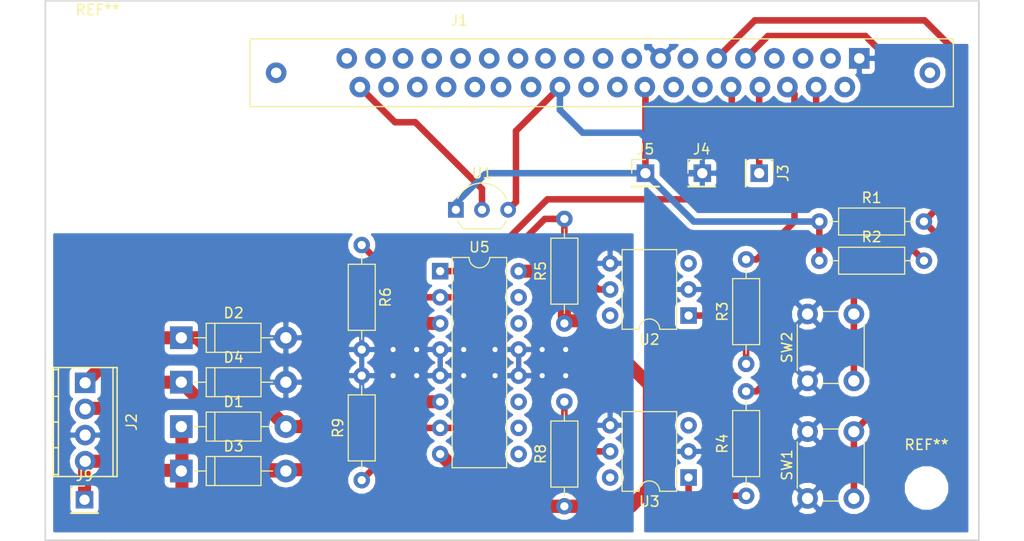
<source format=kicad_pcb>
(kicad_pcb (version 4) (host pcbnew 4.0.6+dfsg1-1)

  (general
    (links 70)
    (no_connects 3)
    (area 64.186999 46.533999 155.015001 99.135001)
    (thickness 1.6)
    (drawings 9)
    (tracks 136)
    (zones 0)
    (modules 38)
    (nets 18)
  )

  (page A4)
  (layers
    (0 F.Cu signal)
    (31 B.Cu signal)
    (36 B.SilkS user)
    (37 F.SilkS user)
    (38 B.Mask user)
    (39 F.Mask user)
    (40 Dwgs.User user)
    (41 Cmts.User user)
    (44 Edge.Cuts user)
    (45 Margin user)
    (47 F.CrtYd user)
    (49 F.Fab user)
  )

  (setup
    (last_trace_width 0.3048)
    (user_trace_width 0.1524)
    (user_trace_width 0.3048)
    (user_trace_width 0.381)
    (trace_clearance 0.3048)
    (zone_clearance 0.508)
    (zone_45_only no)
    (trace_min 0.1524)
    (segment_width 0.2)
    (edge_width 0.15)
    (via_size 0.6858)
    (via_drill 0.3302)
    (via_min_size 0.6858)
    (via_min_drill 0.3302)
    (user_via 2.286 1.27)
    (uvia_size 0.762)
    (uvia_drill 0.508)
    (uvias_allowed no)
    (uvia_min_size 0)
    (uvia_min_drill 0)
    (pcb_text_width 0.3)
    (pcb_text_size 1.5 1.5)
    (mod_edge_width 0.15)
    (mod_text_size 1 1)
    (mod_text_width 0.15)
    (pad_size 1 1)
    (pad_drill 0.5)
    (pad_to_mask_clearance 0.2)
    (aux_axis_origin 0 0)
    (visible_elements FFFFFF7F)
    (pcbplotparams
      (layerselection 0x010f0_80000001)
      (usegerberextensions false)
      (excludeedgelayer true)
      (linewidth 1.000000)
      (plotframeref false)
      (viasonmask false)
      (mode 1)
      (useauxorigin false)
      (hpglpennumber 1)
      (hpglpenspeed 20)
      (hpglpendiameter 15)
      (hpglpenoverlay 2)
      (psnegative false)
      (psa4output false)
      (plotreference true)
      (plotvalue true)
      (plotinvisibletext false)
      (padsonsilk false)
      (subtractmaskfromsilk false)
      (outputformat 1)
      (mirror false)
      (drillshape 0)
      (scaleselection 1)
      (outputdirectory ../Gerbers/))
  )

  (net 0 "")
  (net 1 GNDREF)
  (net 2 /Inputs/RESET)
  (net 3 /Inputs/STOP)
  (net 4 "Net-(J1-Pad23)")
  (net 5 +5V)
  (net 6 /Inputs/TEMPERATURE)
  (net 7 +12V)
  (net 8 GND)
  (net 9 "/Driver Circuit alternate/MOTOR1")
  (net 10 "/Driver Circuit alternate/MOTOR2")
  (net 11 "/Driver Circuit alternate/DIRECTION1")
  (net 12 "/Driver Circuit alternate/DIRECTION2")
  (net 13 "/Driver Circuit alternate/ENABLE")
  (net 14 "Net-(R3-Pad1)")
  (net 15 "Net-(R4-Pad1)")
  (net 16 "Net-(R5-Pad2)")
  (net 17 "Net-(R8-Pad2)")

  (net_class Default "This is the default net class."
    (clearance 0.3048)
    (trace_width 0.3048)
    (via_dia 0.6858)
    (via_drill 0.3302)
    (uvia_dia 0.762)
    (uvia_drill 0.508)
  )

  (net_class "Carry 0.6 A" ""
    (clearance 0.381)
    (trace_width 1.27)
    (via_dia 2.286)
    (via_drill 1.27)
    (uvia_dia 0.762)
    (uvia_drill 0.508)
    (add_net +12V)
    (add_net "/Driver Circuit alternate/MOTOR1")
    (add_net "/Driver Circuit alternate/MOTOR2")
  )

  (net_class Minimal ""
    (clearance 0.1524)
    (trace_width 0.1524)
    (via_dia 0.6858)
    (via_drill 0.3302)
    (uvia_dia 0.762)
    (uvia_drill 0.508)
  )

  (net_class Signal ""
    (clearance 0.3048)
    (trace_width 0.635)
    (via_dia 1.2192)
    (via_drill 0.635)
    (uvia_dia 0.762)
    (uvia_drill 0.508)
    (add_net +5V)
    (add_net "/Driver Circuit alternate/DIRECTION1")
    (add_net "/Driver Circuit alternate/DIRECTION2")
    (add_net "/Driver Circuit alternate/ENABLE")
    (add_net /Inputs/RESET)
    (add_net /Inputs/STOP)
    (add_net /Inputs/TEMPERATURE)
    (add_net GND)
    (add_net GNDREF)
    (add_net "Net-(J1-Pad23)")
    (add_net "Net-(R3-Pad1)")
    (add_net "Net-(R4-Pad1)")
    (add_net "Net-(R5-Pad2)")
    (add_net "Net-(R8-Pad2)")
  )

  (module Connectors:DB37FD (layer F.Cu) (tedit 5A2D99AA) (tstamp 5A222397)
    (at 143.325001 52.2095)
    (descr "Connecteur DB37 femelle droit")
    (tags "CONN DB37")
    (path /59F63BAC/5A0FBC87)
    (fp_text reference J1 (at -38.86 -3.68) (layer F.SilkS)
      (effects (font (size 1 1) (thickness 0.15)))
    )
    (fp_text value DB37_MALE (at -12.19 -3.68) (layer F.Fab)
      (effects (font (size 1 1) (thickness 0.15)))
    )
    (fp_line (start -59.05 -1.78) (end -59.05 4.57) (layer F.Fab) (width 0.1))
    (fp_line (start -59.05 4.57) (end 9.02 4.57) (layer F.Fab) (width 0.1))
    (fp_line (start 9.02 4.57) (end 9.02 -1.78) (layer F.Fab) (width 0.1))
    (fp_line (start 9.02 -1.78) (end -59.05 -1.78) (layer F.Fab) (width 0.1))
    (fp_line (start -59.3 -2.03) (end 9.27 -2.03) (layer F.CrtYd) (width 0.05))
    (fp_line (start -59.3 -2.03) (end -59.3 4.82) (layer F.CrtYd) (width 0.05))
    (fp_line (start 9.27 4.82) (end 9.27 -2.03) (layer F.CrtYd) (width 0.05))
    (fp_line (start 9.27 4.82) (end -59.3 4.82) (layer F.CrtYd) (width 0.05))
    (fp_line (start -59.17 -1.9) (end 9.14 -1.9) (layer F.SilkS) (width 0.12))
    (fp_line (start -59.17 -1.9) (end -59.17 4.69) (layer F.SilkS) (width 0.12))
    (fp_line (start 9.14 4.69) (end 9.14 -1.9) (layer F.SilkS) (width 0.12))
    (fp_line (start 9.14 4.69) (end -59.17 4.69) (layer F.SilkS) (width 0.12))
    (pad "" thru_hole circle (at -56.64 1.4) (size 2 2) (drill 1.02) (layers *.Cu *.Mask))
    (pad "" thru_hole circle (at 6.86 1.4) (size 2 2) (drill 1.02) (layers *.Cu *.Mask))
    (pad 1 thru_hole rect (at 0 0) (size 2 2) (drill 1.02) (layers *.Cu *.Mask)
      (net 1 GNDREF))
    (pad 2 thru_hole circle (at -2.79 0) (size 2 2) (drill 1.02) (layers *.Cu *.Mask))
    (pad 3 thru_hole circle (at -5.46 0) (size 2 2) (drill 1.02) (layers *.Cu *.Mask))
    (pad 4 thru_hole circle (at -8.25 0) (size 2 2) (drill 1.02) (layers *.Cu *.Mask))
    (pad 5 thru_hole circle (at -11.05 0) (size 2 2) (drill 1.02) (layers *.Cu *.Mask)
      (net 2 /Inputs/RESET))
    (pad 6 thru_hole circle (at -13.84 0) (size 2 2) (drill 1.02) (layers *.Cu *.Mask)
      (net 3 /Inputs/STOP))
    (pad 7 thru_hole circle (at -16.64 0) (size 2 2) (drill 1.02) (layers *.Cu *.Mask))
    (pad 8 thru_hole circle (at -19.3 0) (size 2 2) (drill 1.02) (layers *.Cu *.Mask)
      (net 1 GNDREF))
    (pad 9 thru_hole circle (at -22.1 0) (size 2 2) (drill 1.02) (layers *.Cu *.Mask))
    (pad 10 thru_hole circle (at -24.89 0) (size 2 2) (drill 1.02) (layers *.Cu *.Mask)
      (net 1 GNDREF))
    (pad 11 thru_hole circle (at -27.69 0) (size 2 2) (drill 1.02) (layers *.Cu *.Mask))
    (pad 12 thru_hole circle (at -30.48 0) (size 2 2) (drill 1.02) (layers *.Cu *.Mask))
    (pad 13 thru_hole circle (at -33.15 0) (size 2 2) (drill 1.02) (layers *.Cu *.Mask))
    (pad 14 thru_hole circle (at -35.94 0) (size 2 2) (drill 1.02) (layers *.Cu *.Mask))
    (pad 15 thru_hole circle (at -38.73 0) (size 2 2) (drill 1.02) (layers *.Cu *.Mask))
    (pad 16 thru_hole circle (at -41.53 0) (size 2 2) (drill 1.02) (layers *.Cu *.Mask))
    (pad 17 thru_hole circle (at -44.32 0) (size 2 2) (drill 1.02) (layers *.Cu *.Mask))
    (pad 18 thru_hole circle (at -46.99 0) (size 2 2) (drill 1.02) (layers *.Cu *.Mask))
    (pad 19 thru_hole circle (at -49.78 0) (size 2 2) (drill 1.02) (layers *.Cu *.Mask)
      (net 1 GNDREF))
    (pad 20 thru_hole circle (at -1.4 2.79) (size 2 2) (drill 1.02) (layers *.Cu *.Mask))
    (pad 21 thru_hole circle (at -4.19 2.79) (size 2 2) (drill 1.02) (layers *.Cu *.Mask)
      (net 12 "/Driver Circuit alternate/DIRECTION2"))
    (pad 22 thru_hole circle (at -6.98 2.79) (size 2 2) (drill 1.02) (layers *.Cu *.Mask)
      (net 11 "/Driver Circuit alternate/DIRECTION1"))
    (pad 23 thru_hole circle (at -9.65 2.79) (size 2 2) (drill 1.02) (layers *.Cu *.Mask)
      (net 4 "Net-(J1-Pad23)"))
    (pad 24 thru_hole circle (at -12.45 2.79) (size 2 2) (drill 1.02) (layers *.Cu *.Mask)
      (net 13 "/Driver Circuit alternate/ENABLE"))
    (pad 25 thru_hole circle (at -15.24 2.79) (size 2 2) (drill 1.02) (layers *.Cu *.Mask))
    (pad 26 thru_hole circle (at -18.03 2.79) (size 2 2) (drill 1.02) (layers *.Cu *.Mask))
    (pad 27 thru_hole circle (at -20.83 2.79) (size 2 2) (drill 1.02) (layers *.Cu *.Mask)
      (net 5 +5V))
    (pad 28 thru_hole circle (at -23.5 2.79) (size 2 2) (drill 1.02) (layers *.Cu *.Mask))
    (pad 29 thru_hole circle (at -26.29 2.79) (size 2 2) (drill 1.02) (layers *.Cu *.Mask))
    (pad 30 thru_hole circle (at -29.08 2.79) (size 2 2) (drill 1.02) (layers *.Cu *.Mask)
      (net 1 GNDREF))
    (pad 31 thru_hole circle (at -31.88 2.79) (size 2 2) (drill 1.02) (layers *.Cu *.Mask))
    (pad 32 thru_hole circle (at -34.8 2.79) (size 2 2) (drill 1.02) (layers *.Cu *.Mask))
    (pad 33 thru_hole circle (at -37.34 2.79) (size 2 2) (drill 1.02) (layers *.Cu *.Mask))
    (pad 34 thru_hole circle (at -40.13 2.79) (size 2 2) (drill 1.02) (layers *.Cu *.Mask))
    (pad 35 thru_hole circle (at -42.93 2.79) (size 2 2) (drill 1.02) (layers *.Cu *.Mask))
    (pad 36 thru_hole circle (at -45.72 2.79) (size 2 2) (drill 1.02) (layers *.Cu *.Mask))
    (pad 37 thru_hole circle (at -48.51 2.79) (size 2 2) (drill 1.02) (layers *.Cu *.Mask)
      (net 6 /Inputs/TEMPERATURE))
  )

  (module library:0.5mm_VIA (layer F.Cu) (tedit 5A2608E3) (tstamp 5A26097E)
    (at 100.33 80.518)
    (fp_text reference REF** (at 0 1.6256) (layer F.SilkS) hide
      (effects (font (size 1 1) (thickness 0.15)))
    )
    (fp_text value 0.5mm_VIA (at 0 -2.6416) (layer F.Fab) hide
      (effects (font (size 1 1) (thickness 0.15)))
    )
    (pad "" thru_hole circle (at 0 0) (size 1 1) (drill 0.5) (layers *.Cu)
      (net 8 GND) (zone_connect 2))
  )

  (module library:0.5mm_VIA (layer F.Cu) (tedit 5A2608E3) (tstamp 5A260977)
    (at 100.33 83.058)
    (fp_text reference REF** (at 0 1.6256) (layer F.SilkS) hide
      (effects (font (size 1 1) (thickness 0.15)))
    )
    (fp_text value 0.5mm_VIA (at 0 -2.6416) (layer F.Fab) hide
      (effects (font (size 1 1) (thickness 0.15)))
    )
    (pad "" thru_hole circle (at 0 0) (size 1 1) (drill 0.5) (layers *.Cu)
      (net 8 GND) (zone_connect 2))
  )

  (module library:0.5mm_VIA (layer F.Cu) (tedit 5A2608E3) (tstamp 5A26096F)
    (at 98.044 80.518)
    (fp_text reference REF** (at 0 1.6256) (layer F.SilkS) hide
      (effects (font (size 1 1) (thickness 0.15)))
    )
    (fp_text value 0.5mm_VIA (at 0 -2.6416) (layer F.Fab) hide
      (effects (font (size 1 1) (thickness 0.15)))
    )
    (pad "" thru_hole circle (at 0 0) (size 1 1) (drill 0.5) (layers *.Cu)
      (net 8 GND) (zone_connect 2))
  )

  (module library:0.5mm_VIA (layer F.Cu) (tedit 5A2608E3) (tstamp 5A260964)
    (at 98.044 83.058)
    (fp_text reference REF** (at 0 1.6256) (layer F.SilkS) hide
      (effects (font (size 1 1) (thickness 0.15)))
    )
    (fp_text value 0.5mm_VIA (at 0 -2.6416) (layer F.Fab) hide
      (effects (font (size 1 1) (thickness 0.15)))
    )
    (pad "" thru_hole circle (at 0 0) (size 1 1) (drill 0.5) (layers *.Cu)
      (net 8 GND) (zone_connect 2))
  )

  (module library:0.5mm_VIA (layer F.Cu) (tedit 5A2608E3) (tstamp 5A260957)
    (at 104.902 80.518)
    (fp_text reference REF** (at 0 1.6256) (layer F.SilkS) hide
      (effects (font (size 1 1) (thickness 0.15)))
    )
    (fp_text value 0.5mm_VIA (at 0 -2.6416) (layer F.Fab) hide
      (effects (font (size 1 1) (thickness 0.15)))
    )
    (pad "" thru_hole circle (at 0 0) (size 1 1) (drill 0.5) (layers *.Cu)
      (net 8 GND) (zone_connect 2))
  )

  (module library:0.5mm_VIA (layer F.Cu) (tedit 5A2608E3) (tstamp 5A260951)
    (at 104.902 83.058)
    (fp_text reference REF** (at 0 1.6256) (layer F.SilkS) hide
      (effects (font (size 1 1) (thickness 0.15)))
    )
    (fp_text value 0.5mm_VIA (at 0 -2.6416) (layer F.Fab) hide
      (effects (font (size 1 1) (thickness 0.15)))
    )
    (pad "" thru_hole circle (at 0 0) (size 1 1) (drill 0.5) (layers *.Cu)
      (net 8 GND) (zone_connect 2))
  )

  (module library:0.5mm_VIA (layer F.Cu) (tedit 5A2608E3) (tstamp 5A260948)
    (at 107.95 80.518)
    (fp_text reference REF** (at 0 1.6256) (layer F.SilkS) hide
      (effects (font (size 1 1) (thickness 0.15)))
    )
    (fp_text value 0.5mm_VIA (at 0 -2.6416) (layer F.Fab) hide
      (effects (font (size 1 1) (thickness 0.15)))
    )
    (pad "" thru_hole circle (at 0 0) (size 1 1) (drill 0.5) (layers *.Cu)
      (net 8 GND) (zone_connect 2))
  )

  (module library:0.5mm_VIA (layer F.Cu) (tedit 5A2608E3) (tstamp 5A260940)
    (at 107.95 83.058)
    (fp_text reference REF** (at 0 1.6256) (layer F.SilkS) hide
      (effects (font (size 1 1) (thickness 0.15)))
    )
    (fp_text value 0.5mm_VIA (at 0 -2.6416) (layer F.Fab) hide
      (effects (font (size 1 1) (thickness 0.15)))
    )
    (pad "" thru_hole circle (at 0 0) (size 1 1) (drill 0.5) (layers *.Cu)
      (net 8 GND) (zone_connect 2))
  )

  (module library:0.5mm_VIA (layer F.Cu) (tedit 5A2608E3) (tstamp 5A260936)
    (at 112.522 83.058)
    (fp_text reference REF** (at 0 1.6256) (layer F.SilkS) hide
      (effects (font (size 1 1) (thickness 0.15)))
    )
    (fp_text value 0.5mm_VIA (at 0 -2.6416) (layer F.Fab) hide
      (effects (font (size 1 1) (thickness 0.15)))
    )
    (pad "" thru_hole circle (at 0 0) (size 1 1) (drill 0.5) (layers *.Cu)
      (net 8 GND) (zone_connect 2))
  )

  (module library:0.5mm_VIA (layer F.Cu) (tedit 5A2608E3) (tstamp 5A260929)
    (at 112.522 80.518)
    (fp_text reference REF** (at 0 1.6256) (layer F.SilkS) hide
      (effects (font (size 1 1) (thickness 0.15)))
    )
    (fp_text value 0.5mm_VIA (at 0 -2.6416) (layer F.Fab) hide
      (effects (font (size 1 1) (thickness 0.15)))
    )
    (pad "" thru_hole circle (at 0 0) (size 1 1) (drill 0.5) (layers *.Cu)
      (net 8 GND) (zone_connect 2))
  )

  (module library:0.5mm_VIA (layer F.Cu) (tedit 5A2608E3) (tstamp 5A2608F7)
    (at 114.808 83.058)
    (fp_text reference REF** (at 0 1.6256) (layer F.SilkS) hide
      (effects (font (size 1 1) (thickness 0.15)))
    )
    (fp_text value 0.5mm_VIA (at 0 -2.6416) (layer F.Fab) hide
      (effects (font (size 1 1) (thickness 0.15)))
    )
    (pad "" thru_hole circle (at 0 0) (size 1 1) (drill 0.5) (layers *.Cu)
      (net 8 GND) (zone_connect 2))
  )

  (module Connectors_Terminal_Blocks:TerminalBlock_Pheonix_MPT-2.54mm_4pol (layer F.Cu) (tedit 0) (tstamp 5A0FAB26)
    (at 68.1355 83.7565 270)
    (descr "4-way 2.54mm pitch terminal block, Phoenix MPT series")
    (path /59F63C0C/5A0FABF0)
    (fp_text reference J2 (at 3.81 -4.50088 270) (layer F.SilkS)
      (effects (font (size 1 1) (thickness 0.15)))
    )
    (fp_text value CONN_01X04 (at 3.81 4.50088 270) (layer F.Fab)
      (effects (font (size 1 1) (thickness 0.15)))
    )
    (fp_line (start -1.778 -3.302) (end 9.398 -3.302) (layer F.CrtYd) (width 0.05))
    (fp_line (start -1.778 3.302) (end -1.778 -3.302) (layer F.CrtYd) (width 0.05))
    (fp_line (start 9.398 3.302) (end -1.778 3.302) (layer F.CrtYd) (width 0.05))
    (fp_line (start 9.398 -3.302) (end 9.398 3.302) (layer F.CrtYd) (width 0.05))
    (fp_line (start 9.11098 -3.0988) (end -1.49098 -3.0988) (layer F.SilkS) (width 0.15))
    (fp_line (start -1.49098 -2.70002) (end 9.11098 -2.70002) (layer F.SilkS) (width 0.15))
    (fp_line (start -1.49098 2.60096) (end 9.11098 2.60096) (layer F.SilkS) (width 0.15))
    (fp_line (start 9.11098 3.0988) (end -1.49098 3.0988) (layer F.SilkS) (width 0.15))
    (fp_line (start 6.30682 2.60096) (end 6.30682 3.0988) (layer F.SilkS) (width 0.15))
    (fp_line (start 3.81 2.60096) (end 3.81 3.0988) (layer F.SilkS) (width 0.15))
    (fp_line (start -1.28778 3.0988) (end -1.28778 2.60096) (layer F.SilkS) (width 0.15))
    (fp_line (start 8.91032 2.60096) (end 8.91032 3.0988) (layer F.SilkS) (width 0.15))
    (fp_line (start 1.31318 3.0988) (end 1.31318 2.60096) (layer F.SilkS) (width 0.15))
    (fp_line (start 9.10844 3.0988) (end 9.10844 -3.0988) (layer F.SilkS) (width 0.15))
    (fp_line (start -1.4859 -3.0988) (end -1.4859 3.0988) (layer F.SilkS) (width 0.15))
    (pad 4 thru_hole oval (at 7.62 0 90) (size 1.99898 1.99898) (drill 1.09728) (layers *.Cu *.Mask)
      (net 7 +12V))
    (pad 1 thru_hole rect (at 0 0 90) (size 1.99898 1.99898) (drill 1.09728) (layers *.Cu *.Mask)
      (net 9 "/Driver Circuit alternate/MOTOR1"))
    (pad 2 thru_hole oval (at 2.54 0 90) (size 1.99898 1.99898) (drill 1.09728) (layers *.Cu *.Mask)
      (net 10 "/Driver Circuit alternate/MOTOR2"))
    (pad 3 thru_hole oval (at 5.08 0 90) (size 1.99898 1.99898) (drill 1.09728) (layers *.Cu *.Mask)
      (net 8 GND))
    (model Terminal_Blocks.3dshapes/TerminalBlock_Pheonix_MPT-2.54mm_4pol.wrl
      (at (xyz 0.15 0 0))
      (scale (xyz 1 1 1))
      (rotate (xyz 0 0 0))
    )
  )

  (module Buttons_Switches_THT:SW_PUSH_6mm (layer F.Cu) (tedit 5923F252) (tstamp 5A0FAB7C)
    (at 138.303 94.996 90)
    (descr https://www.omron.com/ecb/products/pdf/en-b3f.pdf)
    (tags "tact sw push 6mm")
    (path /59F63B7E/5A0FC447)
    (fp_text reference SW1 (at 3.25 -2 90) (layer F.SilkS)
      (effects (font (size 1 1) (thickness 0.15)))
    )
    (fp_text value Tact_SW_NO (at 3.75 6.7 90) (layer F.Fab)
      (effects (font (size 1 1) (thickness 0.15)))
    )
    (fp_text user %R (at 3.25 2.25 90) (layer F.Fab)
      (effects (font (size 1 1) (thickness 0.15)))
    )
    (fp_line (start 3.25 -0.75) (end 6.25 -0.75) (layer F.Fab) (width 0.1))
    (fp_line (start 6.25 -0.75) (end 6.25 5.25) (layer F.Fab) (width 0.1))
    (fp_line (start 6.25 5.25) (end 0.25 5.25) (layer F.Fab) (width 0.1))
    (fp_line (start 0.25 5.25) (end 0.25 -0.75) (layer F.Fab) (width 0.1))
    (fp_line (start 0.25 -0.75) (end 3.25 -0.75) (layer F.Fab) (width 0.1))
    (fp_line (start 7.75 6) (end 8 6) (layer F.CrtYd) (width 0.05))
    (fp_line (start 8 6) (end 8 5.75) (layer F.CrtYd) (width 0.05))
    (fp_line (start 7.75 -1.5) (end 8 -1.5) (layer F.CrtYd) (width 0.05))
    (fp_line (start 8 -1.5) (end 8 -1.25) (layer F.CrtYd) (width 0.05))
    (fp_line (start -1.5 -1.25) (end -1.5 -1.5) (layer F.CrtYd) (width 0.05))
    (fp_line (start -1.5 -1.5) (end -1.25 -1.5) (layer F.CrtYd) (width 0.05))
    (fp_line (start -1.5 5.75) (end -1.5 6) (layer F.CrtYd) (width 0.05))
    (fp_line (start -1.5 6) (end -1.25 6) (layer F.CrtYd) (width 0.05))
    (fp_line (start -1.25 -1.5) (end 7.75 -1.5) (layer F.CrtYd) (width 0.05))
    (fp_line (start -1.5 5.75) (end -1.5 -1.25) (layer F.CrtYd) (width 0.05))
    (fp_line (start 7.75 6) (end -1.25 6) (layer F.CrtYd) (width 0.05))
    (fp_line (start 8 -1.25) (end 8 5.75) (layer F.CrtYd) (width 0.05))
    (fp_line (start 1 5.5) (end 5.5 5.5) (layer F.SilkS) (width 0.12))
    (fp_line (start -0.25 1.5) (end -0.25 3) (layer F.SilkS) (width 0.12))
    (fp_line (start 5.5 -1) (end 1 -1) (layer F.SilkS) (width 0.12))
    (fp_line (start 6.75 3) (end 6.75 1.5) (layer F.SilkS) (width 0.12))
    (fp_circle (center 3.25 2.25) (end 1.25 2.5) (layer F.Fab) (width 0.1))
    (pad 2 thru_hole circle (at 0 4.5 180) (size 2 2) (drill 1.1) (layers *.Cu *.Mask)
      (net 3 /Inputs/STOP))
    (pad 1 thru_hole circle (at 0 0 180) (size 2 2) (drill 1.1) (layers *.Cu *.Mask)
      (net 1 GNDREF))
    (pad 2 thru_hole circle (at 6.5 4.5 180) (size 2 2) (drill 1.1) (layers *.Cu *.Mask)
      (net 3 /Inputs/STOP))
    (pad 1 thru_hole circle (at 6.5 0 180) (size 2 2) (drill 1.1) (layers *.Cu *.Mask)
      (net 1 GNDREF))
    (model ${KISYS3DMOD}/Buttons_Switches_THT.3dshapes/SW_PUSH_6mm.wrl
      (at (xyz 0.005 0 0))
      (scale (xyz 0.3937 0.3937 0.3937))
      (rotate (xyz 0 0 0))
    )
  )

  (module Buttons_Switches_THT:SW_PUSH_6mm (layer F.Cu) (tedit 5923F252) (tstamp 5A0FAB84)
    (at 138.303 83.566 90)
    (descr https://www.omron.com/ecb/products/pdf/en-b3f.pdf)
    (tags "tact sw push 6mm")
    (path /59F63B7E/5A0FC49E)
    (fp_text reference SW2 (at 3.25 -2 90) (layer F.SilkS)
      (effects (font (size 1 1) (thickness 0.15)))
    )
    (fp_text value Tact_SW_NO (at 3.75 6.7 90) (layer F.Fab)
      (effects (font (size 1 1) (thickness 0.15)))
    )
    (fp_text user %R (at 3.25 2.25 90) (layer F.Fab)
      (effects (font (size 1 1) (thickness 0.15)))
    )
    (fp_line (start 3.25 -0.75) (end 6.25 -0.75) (layer F.Fab) (width 0.1))
    (fp_line (start 6.25 -0.75) (end 6.25 5.25) (layer F.Fab) (width 0.1))
    (fp_line (start 6.25 5.25) (end 0.25 5.25) (layer F.Fab) (width 0.1))
    (fp_line (start 0.25 5.25) (end 0.25 -0.75) (layer F.Fab) (width 0.1))
    (fp_line (start 0.25 -0.75) (end 3.25 -0.75) (layer F.Fab) (width 0.1))
    (fp_line (start 7.75 6) (end 8 6) (layer F.CrtYd) (width 0.05))
    (fp_line (start 8 6) (end 8 5.75) (layer F.CrtYd) (width 0.05))
    (fp_line (start 7.75 -1.5) (end 8 -1.5) (layer F.CrtYd) (width 0.05))
    (fp_line (start 8 -1.5) (end 8 -1.25) (layer F.CrtYd) (width 0.05))
    (fp_line (start -1.5 -1.25) (end -1.5 -1.5) (layer F.CrtYd) (width 0.05))
    (fp_line (start -1.5 -1.5) (end -1.25 -1.5) (layer F.CrtYd) (width 0.05))
    (fp_line (start -1.5 5.75) (end -1.5 6) (layer F.CrtYd) (width 0.05))
    (fp_line (start -1.5 6) (end -1.25 6) (layer F.CrtYd) (width 0.05))
    (fp_line (start -1.25 -1.5) (end 7.75 -1.5) (layer F.CrtYd) (width 0.05))
    (fp_line (start -1.5 5.75) (end -1.5 -1.25) (layer F.CrtYd) (width 0.05))
    (fp_line (start 7.75 6) (end -1.25 6) (layer F.CrtYd) (width 0.05))
    (fp_line (start 8 -1.25) (end 8 5.75) (layer F.CrtYd) (width 0.05))
    (fp_line (start 1 5.5) (end 5.5 5.5) (layer F.SilkS) (width 0.12))
    (fp_line (start -0.25 1.5) (end -0.25 3) (layer F.SilkS) (width 0.12))
    (fp_line (start 5.5 -1) (end 1 -1) (layer F.SilkS) (width 0.12))
    (fp_line (start 6.75 3) (end 6.75 1.5) (layer F.SilkS) (width 0.12))
    (fp_circle (center 3.25 2.25) (end 1.25 2.5) (layer F.Fab) (width 0.1))
    (pad 2 thru_hole circle (at 0 4.5 180) (size 2 2) (drill 1.1) (layers *.Cu *.Mask)
      (net 2 /Inputs/RESET))
    (pad 1 thru_hole circle (at 0 0 180) (size 2 2) (drill 1.1) (layers *.Cu *.Mask)
      (net 1 GNDREF))
    (pad 2 thru_hole circle (at 6.5 4.5 180) (size 2 2) (drill 1.1) (layers *.Cu *.Mask)
      (net 2 /Inputs/RESET))
    (pad 1 thru_hole circle (at 6.5 0 180) (size 2 2) (drill 1.1) (layers *.Cu *.Mask)
      (net 1 GNDREF))
    (model ${KISYS3DMOD}/Buttons_Switches_THT.3dshapes/SW_PUSH_6mm.wrl
      (at (xyz 0.005 0 0))
      (scale (xyz 0.3937 0.3937 0.3937))
      (rotate (xyz 0 0 0))
    )
  )

  (module TO_SOT_Packages_THT:TO-92_Inline_Wide (layer F.Cu) (tedit 58CE52AF) (tstamp 5A0FAB8B)
    (at 104.14 66.929)
    (descr "TO-92 leads in-line, wide, drill 0.8mm (see NXP sot054_po.pdf)")
    (tags "to-92 sc-43 sc-43a sot54 PA33 transistor")
    (path /59F63B7E/5A0FC133)
    (fp_text reference U1 (at 2.54 -3.56 180) (layer F.SilkS)
      (effects (font (size 1 1) (thickness 0.15)))
    )
    (fp_text value LM35DZ (at 2.54 2.79) (layer F.Fab)
      (effects (font (size 1 1) (thickness 0.15)))
    )
    (fp_text user %R (at 2.54 -3.56 180) (layer F.Fab)
      (effects (font (size 1 1) (thickness 0.15)))
    )
    (fp_line (start 0.74 1.85) (end 4.34 1.85) (layer F.SilkS) (width 0.12))
    (fp_line (start 0.8 1.75) (end 4.3 1.75) (layer F.Fab) (width 0.1))
    (fp_line (start -1.01 -2.73) (end 6.09 -2.73) (layer F.CrtYd) (width 0.05))
    (fp_line (start -1.01 -2.73) (end -1.01 2.01) (layer F.CrtYd) (width 0.05))
    (fp_line (start 6.09 2.01) (end 6.09 -2.73) (layer F.CrtYd) (width 0.05))
    (fp_line (start 6.09 2.01) (end -1.01 2.01) (layer F.CrtYd) (width 0.05))
    (fp_arc (start 2.54 0) (end 0.74 1.85) (angle 20) (layer F.SilkS) (width 0.12))
    (fp_arc (start 2.54 0) (end 2.54 -2.6) (angle -65) (layer F.SilkS) (width 0.12))
    (fp_arc (start 2.54 0) (end 2.54 -2.6) (angle 65) (layer F.SilkS) (width 0.12))
    (fp_arc (start 2.54 0) (end 2.54 -2.48) (angle 135) (layer F.Fab) (width 0.1))
    (fp_arc (start 2.54 0) (end 2.54 -2.48) (angle -135) (layer F.Fab) (width 0.1))
    (fp_arc (start 2.54 0) (end 4.34 1.85) (angle -20) (layer F.SilkS) (width 0.12))
    (pad 2 thru_hole circle (at 2.54 0 90) (size 1.52 1.52) (drill 0.8) (layers *.Cu *.Mask)
      (net 6 /Inputs/TEMPERATURE))
    (pad 3 thru_hole circle (at 5.08 0 90) (size 1.52 1.52) (drill 0.8) (layers *.Cu *.Mask)
      (net 1 GNDREF))
    (pad 1 thru_hole rect (at 0 0 90) (size 1.52 1.52) (drill 0.8) (layers *.Cu *.Mask)
      (net 5 +5V))
    (model ${KISYS3DMOD}/TO_SOT_Packages_THT.3dshapes/TO-92_Inline_Wide.wrl
      (at (xyz 0.1 0 0))
      (scale (xyz 1 1 1))
      (rotate (xyz 0 0 -90))
    )
  )

  (module Housings_DIP:DIP-6_W7.62mm (layer F.Cu) (tedit 59C78D6B) (tstamp 5A0FAB95)
    (at 126.746 77.216 180)
    (descr "6-lead though-hole mounted DIP package, row spacing 7.62 mm (300 mils)")
    (tags "THT DIP DIL PDIP 2.54mm 7.62mm 300mil")
    (path /5A174C8F/5A1C6B2A)
    (fp_text reference U2 (at 3.81 -2.33 180) (layer F.SilkS)
      (effects (font (size 1 1) (thickness 0.15)))
    )
    (fp_text value 4N25 (at 3.81 7.41 180) (layer F.Fab)
      (effects (font (size 1 1) (thickness 0.15)))
    )
    (fp_arc (start 3.81 -1.33) (end 2.81 -1.33) (angle -180) (layer F.SilkS) (width 0.12))
    (fp_line (start 1.635 -1.27) (end 6.985 -1.27) (layer F.Fab) (width 0.1))
    (fp_line (start 6.985 -1.27) (end 6.985 6.35) (layer F.Fab) (width 0.1))
    (fp_line (start 6.985 6.35) (end 0.635 6.35) (layer F.Fab) (width 0.1))
    (fp_line (start 0.635 6.35) (end 0.635 -0.27) (layer F.Fab) (width 0.1))
    (fp_line (start 0.635 -0.27) (end 1.635 -1.27) (layer F.Fab) (width 0.1))
    (fp_line (start 2.81 -1.33) (end 1.16 -1.33) (layer F.SilkS) (width 0.12))
    (fp_line (start 1.16 -1.33) (end 1.16 6.41) (layer F.SilkS) (width 0.12))
    (fp_line (start 1.16 6.41) (end 6.46 6.41) (layer F.SilkS) (width 0.12))
    (fp_line (start 6.46 6.41) (end 6.46 -1.33) (layer F.SilkS) (width 0.12))
    (fp_line (start 6.46 -1.33) (end 4.81 -1.33) (layer F.SilkS) (width 0.12))
    (fp_line (start -1.1 -1.55) (end -1.1 6.6) (layer F.CrtYd) (width 0.05))
    (fp_line (start -1.1 6.6) (end 8.7 6.6) (layer F.CrtYd) (width 0.05))
    (fp_line (start 8.7 6.6) (end 8.7 -1.55) (layer F.CrtYd) (width 0.05))
    (fp_line (start 8.7 -1.55) (end -1.1 -1.55) (layer F.CrtYd) (width 0.05))
    (fp_text user %R (at 3.81 2.54 180) (layer F.Fab)
      (effects (font (size 1 1) (thickness 0.15)))
    )
    (pad 1 thru_hole rect (at 0 0 180) (size 1.6 1.6) (drill 0.8) (layers *.Cu *.Mask)
      (net 14 "Net-(R3-Pad1)"))
    (pad 4 thru_hole oval (at 7.62 5.08 180) (size 1.6 1.6) (drill 0.8) (layers *.Cu *.Mask)
      (net 8 GND))
    (pad 2 thru_hole oval (at 0 2.54 180) (size 1.6 1.6) (drill 0.8) (layers *.Cu *.Mask)
      (net 1 GNDREF))
    (pad 5 thru_hole oval (at 7.62 2.54 180) (size 1.6 1.6) (drill 0.8) (layers *.Cu *.Mask)
      (net 16 "Net-(R5-Pad2)"))
    (pad 3 thru_hole oval (at 0 5.08 180) (size 1.6 1.6) (drill 0.8) (layers *.Cu *.Mask))
    (pad 6 thru_hole oval (at 7.62 0 180) (size 1.6 1.6) (drill 0.8) (layers *.Cu *.Mask))
    (model ${KISYS3DMOD}/Housings_DIP.3dshapes/DIP-6_W7.62mm.wrl
      (at (xyz 0 0 0))
      (scale (xyz 1 1 1))
      (rotate (xyz 0 0 0))
    )
  )

  (module Housings_DIP:DIP-6_W7.62mm (layer F.Cu) (tedit 59C78D6B) (tstamp 5A0FAB9F)
    (at 126.746 92.964 180)
    (descr "6-lead though-hole mounted DIP package, row spacing 7.62 mm (300 mils)")
    (tags "THT DIP DIL PDIP 2.54mm 7.62mm 300mil")
    (path /5A174C8F/5A1C6C37)
    (fp_text reference U3 (at 3.81 -2.33 180) (layer F.SilkS)
      (effects (font (size 1 1) (thickness 0.15)))
    )
    (fp_text value 4N25 (at 3.81 7.41 180) (layer F.Fab)
      (effects (font (size 1 1) (thickness 0.15)))
    )
    (fp_arc (start 3.81 -1.33) (end 2.81 -1.33) (angle -180) (layer F.SilkS) (width 0.12))
    (fp_line (start 1.635 -1.27) (end 6.985 -1.27) (layer F.Fab) (width 0.1))
    (fp_line (start 6.985 -1.27) (end 6.985 6.35) (layer F.Fab) (width 0.1))
    (fp_line (start 6.985 6.35) (end 0.635 6.35) (layer F.Fab) (width 0.1))
    (fp_line (start 0.635 6.35) (end 0.635 -0.27) (layer F.Fab) (width 0.1))
    (fp_line (start 0.635 -0.27) (end 1.635 -1.27) (layer F.Fab) (width 0.1))
    (fp_line (start 2.81 -1.33) (end 1.16 -1.33) (layer F.SilkS) (width 0.12))
    (fp_line (start 1.16 -1.33) (end 1.16 6.41) (layer F.SilkS) (width 0.12))
    (fp_line (start 1.16 6.41) (end 6.46 6.41) (layer F.SilkS) (width 0.12))
    (fp_line (start 6.46 6.41) (end 6.46 -1.33) (layer F.SilkS) (width 0.12))
    (fp_line (start 6.46 -1.33) (end 4.81 -1.33) (layer F.SilkS) (width 0.12))
    (fp_line (start -1.1 -1.55) (end -1.1 6.6) (layer F.CrtYd) (width 0.05))
    (fp_line (start -1.1 6.6) (end 8.7 6.6) (layer F.CrtYd) (width 0.05))
    (fp_line (start 8.7 6.6) (end 8.7 -1.55) (layer F.CrtYd) (width 0.05))
    (fp_line (start 8.7 -1.55) (end -1.1 -1.55) (layer F.CrtYd) (width 0.05))
    (fp_text user %R (at 3.81 2.54 180) (layer F.Fab)
      (effects (font (size 1 1) (thickness 0.15)))
    )
    (pad 1 thru_hole rect (at 0 0 180) (size 1.6 1.6) (drill 0.8) (layers *.Cu *.Mask)
      (net 15 "Net-(R4-Pad1)"))
    (pad 4 thru_hole oval (at 7.62 5.08 180) (size 1.6 1.6) (drill 0.8) (layers *.Cu *.Mask)
      (net 8 GND))
    (pad 2 thru_hole oval (at 0 2.54 180) (size 1.6 1.6) (drill 0.8) (layers *.Cu *.Mask)
      (net 1 GNDREF))
    (pad 5 thru_hole oval (at 7.62 2.54 180) (size 1.6 1.6) (drill 0.8) (layers *.Cu *.Mask)
      (net 17 "Net-(R8-Pad2)"))
    (pad 3 thru_hole oval (at 0 5.08 180) (size 1.6 1.6) (drill 0.8) (layers *.Cu *.Mask))
    (pad 6 thru_hole oval (at 7.62 0 180) (size 1.6 1.6) (drill 0.8) (layers *.Cu *.Mask))
    (model ${KISYS3DMOD}/Housings_DIP.3dshapes/DIP-6_W7.62mm.wrl
      (at (xyz 0 0 0))
      (scale (xyz 1 1 1))
      (rotate (xyz 0 0 0))
    )
  )

  (module Diodes_THT:D_DO-41_SOD81_P10.16mm_Horizontal (layer F.Cu) (tedit 5921392F) (tstamp 5A11C530)
    (at 77.47 88.011)
    (descr "D, DO-41_SOD81 series, Axial, Horizontal, pin pitch=10.16mm, , length*diameter=5.2*2.7mm^2, , http://www.diodes.com/_files/packages/DO-41%20(Plastic).pdf")
    (tags "D DO-41_SOD81 series Axial Horizontal pin pitch 10.16mm  length 5.2mm diameter 2.7mm")
    (path /5A174C8F/5A1C7695)
    (fp_text reference D1 (at 5.08 -2.41) (layer F.SilkS)
      (effects (font (size 1 1) (thickness 0.15)))
    )
    (fp_text value D (at 5.08 2.41) (layer F.Fab)
      (effects (font (size 1 1) (thickness 0.15)))
    )
    (fp_text user %R (at 5.08 0) (layer F.Fab)
      (effects (font (size 1 1) (thickness 0.15)))
    )
    (fp_line (start 2.48 -1.35) (end 2.48 1.35) (layer F.Fab) (width 0.1))
    (fp_line (start 2.48 1.35) (end 7.68 1.35) (layer F.Fab) (width 0.1))
    (fp_line (start 7.68 1.35) (end 7.68 -1.35) (layer F.Fab) (width 0.1))
    (fp_line (start 7.68 -1.35) (end 2.48 -1.35) (layer F.Fab) (width 0.1))
    (fp_line (start 0 0) (end 2.48 0) (layer F.Fab) (width 0.1))
    (fp_line (start 10.16 0) (end 7.68 0) (layer F.Fab) (width 0.1))
    (fp_line (start 3.26 -1.35) (end 3.26 1.35) (layer F.Fab) (width 0.1))
    (fp_line (start 2.42 -1.41) (end 2.42 1.41) (layer F.SilkS) (width 0.12))
    (fp_line (start 2.42 1.41) (end 7.74 1.41) (layer F.SilkS) (width 0.12))
    (fp_line (start 7.74 1.41) (end 7.74 -1.41) (layer F.SilkS) (width 0.12))
    (fp_line (start 7.74 -1.41) (end 2.42 -1.41) (layer F.SilkS) (width 0.12))
    (fp_line (start 1.28 0) (end 2.42 0) (layer F.SilkS) (width 0.12))
    (fp_line (start 8.88 0) (end 7.74 0) (layer F.SilkS) (width 0.12))
    (fp_line (start 3.26 -1.41) (end 3.26 1.41) (layer F.SilkS) (width 0.12))
    (fp_line (start -1.35 -1.7) (end -1.35 1.7) (layer F.CrtYd) (width 0.05))
    (fp_line (start -1.35 1.7) (end 11.55 1.7) (layer F.CrtYd) (width 0.05))
    (fp_line (start 11.55 1.7) (end 11.55 -1.7) (layer F.CrtYd) (width 0.05))
    (fp_line (start 11.55 -1.7) (end -1.35 -1.7) (layer F.CrtYd) (width 0.05))
    (pad 1 thru_hole rect (at 0 0) (size 2.2 2.2) (drill 1.1) (layers *.Cu *.Mask)
      (net 7 +12V))
    (pad 2 thru_hole oval (at 10.16 0) (size 2.2 2.2) (drill 1.1) (layers *.Cu *.Mask)
      (net 9 "/Driver Circuit alternate/MOTOR1"))
    (model ${KISYS3DMOD}/Diodes_THT.3dshapes/D_DO-41_SOD81_P10.16mm_Horizontal.wrl
      (at (xyz 0 0 0))
      (scale (xyz 0.393701 0.393701 0.393701))
      (rotate (xyz 0 0 0))
    )
  )

  (module Diodes_THT:D_DO-41_SOD81_P10.16mm_Horizontal (layer F.Cu) (tedit 5921392F) (tstamp 5A11C536)
    (at 77.47 79.375)
    (descr "D, DO-41_SOD81 series, Axial, Horizontal, pin pitch=10.16mm, , length*diameter=5.2*2.7mm^2, , http://www.diodes.com/_files/packages/DO-41%20(Plastic).pdf")
    (tags "D DO-41_SOD81 series Axial Horizontal pin pitch 10.16mm  length 5.2mm diameter 2.7mm")
    (path /5A174C8F/5A1C76C4)
    (fp_text reference D2 (at 5.08 -2.41) (layer F.SilkS)
      (effects (font (size 1 1) (thickness 0.15)))
    )
    (fp_text value D (at 5.08 2.41) (layer F.Fab)
      (effects (font (size 1 1) (thickness 0.15)))
    )
    (fp_text user %R (at 5.08 0 180) (layer F.Fab)
      (effects (font (size 1 1) (thickness 0.15)))
    )
    (fp_line (start 2.48 -1.35) (end 2.48 1.35) (layer F.Fab) (width 0.1))
    (fp_line (start 2.48 1.35) (end 7.68 1.35) (layer F.Fab) (width 0.1))
    (fp_line (start 7.68 1.35) (end 7.68 -1.35) (layer F.Fab) (width 0.1))
    (fp_line (start 7.68 -1.35) (end 2.48 -1.35) (layer F.Fab) (width 0.1))
    (fp_line (start 0 0) (end 2.48 0) (layer F.Fab) (width 0.1))
    (fp_line (start 10.16 0) (end 7.68 0) (layer F.Fab) (width 0.1))
    (fp_line (start 3.26 -1.35) (end 3.26 1.35) (layer F.Fab) (width 0.1))
    (fp_line (start 2.42 -1.41) (end 2.42 1.41) (layer F.SilkS) (width 0.12))
    (fp_line (start 2.42 1.41) (end 7.74 1.41) (layer F.SilkS) (width 0.12))
    (fp_line (start 7.74 1.41) (end 7.74 -1.41) (layer F.SilkS) (width 0.12))
    (fp_line (start 7.74 -1.41) (end 2.42 -1.41) (layer F.SilkS) (width 0.12))
    (fp_line (start 1.28 0) (end 2.42 0) (layer F.SilkS) (width 0.12))
    (fp_line (start 8.88 0) (end 7.74 0) (layer F.SilkS) (width 0.12))
    (fp_line (start 3.26 -1.41) (end 3.26 1.41) (layer F.SilkS) (width 0.12))
    (fp_line (start -1.35 -1.7) (end -1.35 1.7) (layer F.CrtYd) (width 0.05))
    (fp_line (start -1.35 1.7) (end 11.55 1.7) (layer F.CrtYd) (width 0.05))
    (fp_line (start 11.55 1.7) (end 11.55 -1.7) (layer F.CrtYd) (width 0.05))
    (fp_line (start 11.55 -1.7) (end -1.35 -1.7) (layer F.CrtYd) (width 0.05))
    (pad 1 thru_hole rect (at 0 0) (size 2.2 2.2) (drill 1.1) (layers *.Cu *.Mask)
      (net 9 "/Driver Circuit alternate/MOTOR1"))
    (pad 2 thru_hole oval (at 10.16 0) (size 2.2 2.2) (drill 1.1) (layers *.Cu *.Mask)
      (net 8 GND))
    (model ${KISYS3DMOD}/Diodes_THT.3dshapes/D_DO-41_SOD81_P10.16mm_Horizontal.wrl
      (at (xyz 0 0 0))
      (scale (xyz 0.393701 0.393701 0.393701))
      (rotate (xyz 0 0 0))
    )
  )

  (module Diodes_THT:D_DO-41_SOD81_P10.16mm_Horizontal (layer F.Cu) (tedit 5921392F) (tstamp 5A11C53C)
    (at 77.47 92.329)
    (descr "D, DO-41_SOD81 series, Axial, Horizontal, pin pitch=10.16mm, , length*diameter=5.2*2.7mm^2, , http://www.diodes.com/_files/packages/DO-41%20(Plastic).pdf")
    (tags "D DO-41_SOD81 series Axial Horizontal pin pitch 10.16mm  length 5.2mm diameter 2.7mm")
    (path /5A174C8F/5A1C76ED)
    (fp_text reference D3 (at 5.08 -2.41) (layer F.SilkS)
      (effects (font (size 1 1) (thickness 0.15)))
    )
    (fp_text value D (at 5.08 2.41) (layer F.Fab)
      (effects (font (size 1 1) (thickness 0.15)))
    )
    (fp_text user %R (at 5.08 0) (layer F.Fab)
      (effects (font (size 1 1) (thickness 0.15)))
    )
    (fp_line (start 2.48 -1.35) (end 2.48 1.35) (layer F.Fab) (width 0.1))
    (fp_line (start 2.48 1.35) (end 7.68 1.35) (layer F.Fab) (width 0.1))
    (fp_line (start 7.68 1.35) (end 7.68 -1.35) (layer F.Fab) (width 0.1))
    (fp_line (start 7.68 -1.35) (end 2.48 -1.35) (layer F.Fab) (width 0.1))
    (fp_line (start 0 0) (end 2.48 0) (layer F.Fab) (width 0.1))
    (fp_line (start 10.16 0) (end 7.68 0) (layer F.Fab) (width 0.1))
    (fp_line (start 3.26 -1.35) (end 3.26 1.35) (layer F.Fab) (width 0.1))
    (fp_line (start 2.42 -1.41) (end 2.42 1.41) (layer F.SilkS) (width 0.12))
    (fp_line (start 2.42 1.41) (end 7.74 1.41) (layer F.SilkS) (width 0.12))
    (fp_line (start 7.74 1.41) (end 7.74 -1.41) (layer F.SilkS) (width 0.12))
    (fp_line (start 7.74 -1.41) (end 2.42 -1.41) (layer F.SilkS) (width 0.12))
    (fp_line (start 1.28 0) (end 2.42 0) (layer F.SilkS) (width 0.12))
    (fp_line (start 8.88 0) (end 7.74 0) (layer F.SilkS) (width 0.12))
    (fp_line (start 3.26 -1.41) (end 3.26 1.41) (layer F.SilkS) (width 0.12))
    (fp_line (start -1.35 -1.7) (end -1.35 1.7) (layer F.CrtYd) (width 0.05))
    (fp_line (start -1.35 1.7) (end 11.55 1.7) (layer F.CrtYd) (width 0.05))
    (fp_line (start 11.55 1.7) (end 11.55 -1.7) (layer F.CrtYd) (width 0.05))
    (fp_line (start 11.55 -1.7) (end -1.35 -1.7) (layer F.CrtYd) (width 0.05))
    (pad 1 thru_hole rect (at 0 0) (size 2.2 2.2) (drill 1.1) (layers *.Cu *.Mask)
      (net 7 +12V))
    (pad 2 thru_hole oval (at 10.16 0) (size 2.2 2.2) (drill 1.1) (layers *.Cu *.Mask)
      (net 10 "/Driver Circuit alternate/MOTOR2"))
    (model ${KISYS3DMOD}/Diodes_THT.3dshapes/D_DO-41_SOD81_P10.16mm_Horizontal.wrl
      (at (xyz 0 0 0))
      (scale (xyz 0.393701 0.393701 0.393701))
      (rotate (xyz 0 0 0))
    )
  )

  (module Diodes_THT:D_DO-41_SOD81_P10.16mm_Horizontal (layer F.Cu) (tedit 5921392F) (tstamp 5A11C542)
    (at 77.47 83.693)
    (descr "D, DO-41_SOD81 series, Axial, Horizontal, pin pitch=10.16mm, , length*diameter=5.2*2.7mm^2, , http://www.diodes.com/_files/packages/DO-41%20(Plastic).pdf")
    (tags "D DO-41_SOD81 series Axial Horizontal pin pitch 10.16mm  length 5.2mm diameter 2.7mm")
    (path /5A174C8F/5A1C7738)
    (fp_text reference D4 (at 5.08 -2.41) (layer F.SilkS)
      (effects (font (size 1 1) (thickness 0.15)))
    )
    (fp_text value D (at 5.08 2.41) (layer F.Fab)
      (effects (font (size 1 1) (thickness 0.15)))
    )
    (fp_text user %R (at 5.08 0) (layer F.Fab)
      (effects (font (size 1 1) (thickness 0.15)))
    )
    (fp_line (start 2.48 -1.35) (end 2.48 1.35) (layer F.Fab) (width 0.1))
    (fp_line (start 2.48 1.35) (end 7.68 1.35) (layer F.Fab) (width 0.1))
    (fp_line (start 7.68 1.35) (end 7.68 -1.35) (layer F.Fab) (width 0.1))
    (fp_line (start 7.68 -1.35) (end 2.48 -1.35) (layer F.Fab) (width 0.1))
    (fp_line (start 0 0) (end 2.48 0) (layer F.Fab) (width 0.1))
    (fp_line (start 10.16 0) (end 7.68 0) (layer F.Fab) (width 0.1))
    (fp_line (start 3.26 -1.35) (end 3.26 1.35) (layer F.Fab) (width 0.1))
    (fp_line (start 2.42 -1.41) (end 2.42 1.41) (layer F.SilkS) (width 0.12))
    (fp_line (start 2.42 1.41) (end 7.74 1.41) (layer F.SilkS) (width 0.12))
    (fp_line (start 7.74 1.41) (end 7.74 -1.41) (layer F.SilkS) (width 0.12))
    (fp_line (start 7.74 -1.41) (end 2.42 -1.41) (layer F.SilkS) (width 0.12))
    (fp_line (start 1.28 0) (end 2.42 0) (layer F.SilkS) (width 0.12))
    (fp_line (start 8.88 0) (end 7.74 0) (layer F.SilkS) (width 0.12))
    (fp_line (start 3.26 -1.41) (end 3.26 1.41) (layer F.SilkS) (width 0.12))
    (fp_line (start -1.35 -1.7) (end -1.35 1.7) (layer F.CrtYd) (width 0.05))
    (fp_line (start -1.35 1.7) (end 11.55 1.7) (layer F.CrtYd) (width 0.05))
    (fp_line (start 11.55 1.7) (end 11.55 -1.7) (layer F.CrtYd) (width 0.05))
    (fp_line (start 11.55 -1.7) (end -1.35 -1.7) (layer F.CrtYd) (width 0.05))
    (pad 1 thru_hole rect (at 0 0) (size 2.2 2.2) (drill 1.1) (layers *.Cu *.Mask)
      (net 10 "/Driver Circuit alternate/MOTOR2"))
    (pad 2 thru_hole oval (at 10.16 0) (size 2.2 2.2) (drill 1.1) (layers *.Cu *.Mask)
      (net 8 GND))
    (model ${KISYS3DMOD}/Diodes_THT.3dshapes/D_DO-41_SOD81_P10.16mm_Horizontal.wrl
      (at (xyz 0 0 0))
      (scale (xyz 0.393701 0.393701 0.393701))
      (rotate (xyz 0 0 0))
    )
  )

  (module Socket_Strips:Socket_Strip_Straight_1x01_Pitch2.54mm (layer F.Cu) (tedit 58CD5446) (tstamp 5A11C54E)
    (at 128.016 63.373)
    (descr "Through hole straight socket strip, 1x01, 2.54mm pitch, single row")
    (tags "Through hole socket strip THT 1x01 2.54mm single row")
    (path /59F63BAC/5A11CC75)
    (fp_text reference J4 (at 0 -2.33) (layer F.SilkS)
      (effects (font (size 1 1) (thickness 0.15)))
    )
    (fp_text value TEST_1P (at 0 2.33) (layer F.Fab)
      (effects (font (size 1 1) (thickness 0.15)))
    )
    (fp_line (start -1.27 -1.27) (end -1.27 1.27) (layer F.Fab) (width 0.1))
    (fp_line (start -1.27 1.27) (end 1.27 1.27) (layer F.Fab) (width 0.1))
    (fp_line (start 1.27 1.27) (end 1.27 -1.27) (layer F.Fab) (width 0.1))
    (fp_line (start 1.27 -1.27) (end -1.27 -1.27) (layer F.Fab) (width 0.1))
    (fp_line (start -1.33 1.27) (end -1.33 1.33) (layer F.SilkS) (width 0.12))
    (fp_line (start -1.33 1.33) (end 1.33 1.33) (layer F.SilkS) (width 0.12))
    (fp_line (start 1.33 1.33) (end 1.33 1.27) (layer F.SilkS) (width 0.12))
    (fp_line (start 1.33 1.27) (end -1.33 1.27) (layer F.SilkS) (width 0.12))
    (fp_line (start -1.33 0) (end -1.33 -1.33) (layer F.SilkS) (width 0.12))
    (fp_line (start -1.33 -1.33) (end 0 -1.33) (layer F.SilkS) (width 0.12))
    (fp_line (start -1.8 -1.8) (end -1.8 1.8) (layer F.CrtYd) (width 0.05))
    (fp_line (start -1.8 1.8) (end 1.8 1.8) (layer F.CrtYd) (width 0.05))
    (fp_line (start 1.8 1.8) (end 1.8 -1.8) (layer F.CrtYd) (width 0.05))
    (fp_line (start 1.8 -1.8) (end -1.8 -1.8) (layer F.CrtYd) (width 0.05))
    (fp_text user %R (at 0 -2.33) (layer F.Fab)
      (effects (font (size 1 1) (thickness 0.15)))
    )
    (pad 1 thru_hole rect (at 0.0635 0) (size 1.7 1.7) (drill 1) (layers *.Cu *.Mask)
      (net 1 GNDREF))
    (model ${KISYS3DMOD}/Socket_Strips.3dshapes/Socket_Strip_Straight_1x01_Pitch2.54mm.wrl
      (at (xyz 0 0 0))
      (scale (xyz 1 1 1))
      (rotate (xyz 0 0 270))
    )
  )

  (module Socket_Strips:Socket_Strip_Straight_1x01_Pitch2.54mm (layer F.Cu) (tedit 58CD5446) (tstamp 5A11C553)
    (at 122.555 63.373)
    (descr "Through hole straight socket strip, 1x01, 2.54mm pitch, single row")
    (tags "Through hole socket strip THT 1x01 2.54mm single row")
    (path /59F63BAC/5A11CF6B)
    (fp_text reference J5 (at 0 -2.33) (layer F.SilkS)
      (effects (font (size 1 1) (thickness 0.15)))
    )
    (fp_text value TEST_1P (at 0 2.33) (layer F.Fab)
      (effects (font (size 1 1) (thickness 0.15)))
    )
    (fp_line (start -1.27 -1.27) (end -1.27 1.27) (layer F.Fab) (width 0.1))
    (fp_line (start -1.27 1.27) (end 1.27 1.27) (layer F.Fab) (width 0.1))
    (fp_line (start 1.27 1.27) (end 1.27 -1.27) (layer F.Fab) (width 0.1))
    (fp_line (start 1.27 -1.27) (end -1.27 -1.27) (layer F.Fab) (width 0.1))
    (fp_line (start -1.33 1.27) (end -1.33 1.33) (layer F.SilkS) (width 0.12))
    (fp_line (start -1.33 1.33) (end 1.33 1.33) (layer F.SilkS) (width 0.12))
    (fp_line (start 1.33 1.33) (end 1.33 1.27) (layer F.SilkS) (width 0.12))
    (fp_line (start 1.33 1.27) (end -1.33 1.27) (layer F.SilkS) (width 0.12))
    (fp_line (start -1.33 0) (end -1.33 -1.33) (layer F.SilkS) (width 0.12))
    (fp_line (start -1.33 -1.33) (end 0 -1.33) (layer F.SilkS) (width 0.12))
    (fp_line (start -1.8 -1.8) (end -1.8 1.8) (layer F.CrtYd) (width 0.05))
    (fp_line (start -1.8 1.8) (end 1.8 1.8) (layer F.CrtYd) (width 0.05))
    (fp_line (start 1.8 1.8) (end 1.8 -1.8) (layer F.CrtYd) (width 0.05))
    (fp_line (start 1.8 -1.8) (end -1.8 -1.8) (layer F.CrtYd) (width 0.05))
    (fp_text user %R (at 0 -2.33) (layer F.Fab)
      (effects (font (size 1 1) (thickness 0.15)))
    )
    (pad 1 thru_hole rect (at 0 0) (size 1.7 1.7) (drill 1) (layers *.Cu *.Mask)
      (net 5 +5V))
    (model ${KISYS3DMOD}/Socket_Strips.3dshapes/Socket_Strip_Straight_1x01_Pitch2.54mm.wrl
      (at (xyz 0 0 0))
      (scale (xyz 1 1 1))
      (rotate (xyz 0 0 270))
    )
  )

  (module Socket_Strips:Socket_Strip_Straight_1x01_Pitch2.54mm (layer F.Cu) (tedit 58CD5446) (tstamp 5A11C56A)
    (at 68.072 95.123)
    (descr "Through hole straight socket strip, 1x01, 2.54mm pitch, single row")
    (tags "Through hole socket strip THT 1x01 2.54mm single row")
    (path /59F63C0C/5A11C68C)
    (fp_text reference J9 (at 0 -2.33) (layer F.SilkS)
      (effects (font (size 1 1) (thickness 0.15)))
    )
    (fp_text value TEST_1P (at 0 2.33) (layer F.Fab)
      (effects (font (size 1 1) (thickness 0.15)))
    )
    (fp_line (start -1.27 -1.27) (end -1.27 1.27) (layer F.Fab) (width 0.1))
    (fp_line (start -1.27 1.27) (end 1.27 1.27) (layer F.Fab) (width 0.1))
    (fp_line (start 1.27 1.27) (end 1.27 -1.27) (layer F.Fab) (width 0.1))
    (fp_line (start 1.27 -1.27) (end -1.27 -1.27) (layer F.Fab) (width 0.1))
    (fp_line (start -1.33 1.27) (end -1.33 1.33) (layer F.SilkS) (width 0.12))
    (fp_line (start -1.33 1.33) (end 1.33 1.33) (layer F.SilkS) (width 0.12))
    (fp_line (start 1.33 1.33) (end 1.33 1.27) (layer F.SilkS) (width 0.12))
    (fp_line (start 1.33 1.27) (end -1.33 1.27) (layer F.SilkS) (width 0.12))
    (fp_line (start -1.33 0) (end -1.33 -1.33) (layer F.SilkS) (width 0.12))
    (fp_line (start -1.33 -1.33) (end 0 -1.33) (layer F.SilkS) (width 0.12))
    (fp_line (start -1.8 -1.8) (end -1.8 1.8) (layer F.CrtYd) (width 0.05))
    (fp_line (start -1.8 1.8) (end 1.8 1.8) (layer F.CrtYd) (width 0.05))
    (fp_line (start 1.8 1.8) (end 1.8 -1.8) (layer F.CrtYd) (width 0.05))
    (fp_line (start 1.8 -1.8) (end -1.8 -1.8) (layer F.CrtYd) (width 0.05))
    (fp_text user %R (at 0 -2.33) (layer F.Fab)
      (effects (font (size 1 1) (thickness 0.15)))
    )
    (pad 1 thru_hole rect (at 0 0) (size 1.7 1.7) (drill 1) (layers *.Cu *.Mask)
      (net 7 +12V))
    (model ${KISYS3DMOD}/Socket_Strips.3dshapes/Socket_Strip_Straight_1x01_Pitch2.54mm.wrl
      (at (xyz 0 0 0))
      (scale (xyz 1 1 1))
      (rotate (xyz 0 0 270))
    )
  )

  (module Resistors_THT:R_Axial_DIN0207_L6.3mm_D2.5mm_P10.16mm_Horizontal (layer F.Cu) (tedit 5874F706) (tstamp 5A11C56B)
    (at 139.446 68.072)
    (descr "Resistor, Axial_DIN0207 series, Axial, Horizontal, pin pitch=10.16mm, 0.25W = 1/4W, length*diameter=6.3*2.5mm^2, http://cdn-reichelt.de/documents/datenblatt/B400/1_4W%23YAG.pdf")
    (tags "Resistor Axial_DIN0207 series Axial Horizontal pin pitch 10.16mm 0.25W = 1/4W length 6.3mm diameter 2.5mm")
    (path /59F63B7E/5A0FC57A)
    (fp_text reference R1 (at 5.08 -2.31) (layer F.SilkS)
      (effects (font (size 1 1) (thickness 0.15)))
    )
    (fp_text value 10k (at 5.08 2.31) (layer F.Fab)
      (effects (font (size 1 1) (thickness 0.15)))
    )
    (fp_line (start 1.93 -1.25) (end 1.93 1.25) (layer F.Fab) (width 0.1))
    (fp_line (start 1.93 1.25) (end 8.23 1.25) (layer F.Fab) (width 0.1))
    (fp_line (start 8.23 1.25) (end 8.23 -1.25) (layer F.Fab) (width 0.1))
    (fp_line (start 8.23 -1.25) (end 1.93 -1.25) (layer F.Fab) (width 0.1))
    (fp_line (start 0 0) (end 1.93 0) (layer F.Fab) (width 0.1))
    (fp_line (start 10.16 0) (end 8.23 0) (layer F.Fab) (width 0.1))
    (fp_line (start 1.87 -1.31) (end 1.87 1.31) (layer F.SilkS) (width 0.12))
    (fp_line (start 1.87 1.31) (end 8.29 1.31) (layer F.SilkS) (width 0.12))
    (fp_line (start 8.29 1.31) (end 8.29 -1.31) (layer F.SilkS) (width 0.12))
    (fp_line (start 8.29 -1.31) (end 1.87 -1.31) (layer F.SilkS) (width 0.12))
    (fp_line (start 0.98 0) (end 1.87 0) (layer F.SilkS) (width 0.12))
    (fp_line (start 9.18 0) (end 8.29 0) (layer F.SilkS) (width 0.12))
    (fp_line (start -1.05 -1.6) (end -1.05 1.6) (layer F.CrtYd) (width 0.05))
    (fp_line (start -1.05 1.6) (end 11.25 1.6) (layer F.CrtYd) (width 0.05))
    (fp_line (start 11.25 1.6) (end 11.25 -1.6) (layer F.CrtYd) (width 0.05))
    (fp_line (start 11.25 -1.6) (end -1.05 -1.6) (layer F.CrtYd) (width 0.05))
    (pad 1 thru_hole circle (at 0 0) (size 1.6 1.6) (drill 0.8) (layers *.Cu *.Mask)
      (net 5 +5V))
    (pad 2 thru_hole oval (at 10.16 0) (size 1.6 1.6) (drill 0.8) (layers *.Cu *.Mask)
      (net 3 /Inputs/STOP))
    (model ${KISYS3DMOD}/Resistors_THT.3dshapes/R_Axial_DIN0207_L6.3mm_D2.5mm_P10.16mm_Horizontal.wrl
      (at (xyz 0 0 0))
      (scale (xyz 0.393701 0.393701 0.393701))
      (rotate (xyz 0 0 0))
    )
  )

  (module Resistors_THT:R_Axial_DIN0207_L6.3mm_D2.5mm_P10.16mm_Horizontal (layer F.Cu) (tedit 5874F706) (tstamp 5A11C570)
    (at 139.446 71.882)
    (descr "Resistor, Axial_DIN0207 series, Axial, Horizontal, pin pitch=10.16mm, 0.25W = 1/4W, length*diameter=6.3*2.5mm^2, http://cdn-reichelt.de/documents/datenblatt/B400/1_4W%23YAG.pdf")
    (tags "Resistor Axial_DIN0207 series Axial Horizontal pin pitch 10.16mm 0.25W = 1/4W length 6.3mm diameter 2.5mm")
    (path /59F63B7E/5A0FC5AF)
    (fp_text reference R2 (at 5.08 -2.31) (layer F.SilkS)
      (effects (font (size 1 1) (thickness 0.15)))
    )
    (fp_text value 10k (at 5.08 2.31) (layer F.Fab)
      (effects (font (size 1 1) (thickness 0.15)))
    )
    (fp_line (start 1.93 -1.25) (end 1.93 1.25) (layer F.Fab) (width 0.1))
    (fp_line (start 1.93 1.25) (end 8.23 1.25) (layer F.Fab) (width 0.1))
    (fp_line (start 8.23 1.25) (end 8.23 -1.25) (layer F.Fab) (width 0.1))
    (fp_line (start 8.23 -1.25) (end 1.93 -1.25) (layer F.Fab) (width 0.1))
    (fp_line (start 0 0) (end 1.93 0) (layer F.Fab) (width 0.1))
    (fp_line (start 10.16 0) (end 8.23 0) (layer F.Fab) (width 0.1))
    (fp_line (start 1.87 -1.31) (end 1.87 1.31) (layer F.SilkS) (width 0.12))
    (fp_line (start 1.87 1.31) (end 8.29 1.31) (layer F.SilkS) (width 0.12))
    (fp_line (start 8.29 1.31) (end 8.29 -1.31) (layer F.SilkS) (width 0.12))
    (fp_line (start 8.29 -1.31) (end 1.87 -1.31) (layer F.SilkS) (width 0.12))
    (fp_line (start 0.98 0) (end 1.87 0) (layer F.SilkS) (width 0.12))
    (fp_line (start 9.18 0) (end 8.29 0) (layer F.SilkS) (width 0.12))
    (fp_line (start -1.05 -1.6) (end -1.05 1.6) (layer F.CrtYd) (width 0.05))
    (fp_line (start -1.05 1.6) (end 11.25 1.6) (layer F.CrtYd) (width 0.05))
    (fp_line (start 11.25 1.6) (end 11.25 -1.6) (layer F.CrtYd) (width 0.05))
    (fp_line (start 11.25 -1.6) (end -1.05 -1.6) (layer F.CrtYd) (width 0.05))
    (pad 1 thru_hole circle (at 0 0) (size 1.6 1.6) (drill 0.8) (layers *.Cu *.Mask)
      (net 5 +5V))
    (pad 2 thru_hole oval (at 10.16 0) (size 1.6 1.6) (drill 0.8) (layers *.Cu *.Mask)
      (net 2 /Inputs/RESET))
    (model ${KISYS3DMOD}/Resistors_THT.3dshapes/R_Axial_DIN0207_L6.3mm_D2.5mm_P10.16mm_Horizontal.wrl
      (at (xyz 0 0 0))
      (scale (xyz 0.393701 0.393701 0.393701))
      (rotate (xyz 0 0 0))
    )
  )

  (module Resistors_THT:R_Axial_DIN0207_L6.3mm_D2.5mm_P10.16mm_Horizontal (layer F.Cu) (tedit 5874F706) (tstamp 5A11C575)
    (at 132.334 81.915 90)
    (descr "Resistor, Axial_DIN0207 series, Axial, Horizontal, pin pitch=10.16mm, 0.25W = 1/4W, length*diameter=6.3*2.5mm^2, http://cdn-reichelt.de/documents/datenblatt/B400/1_4W%23YAG.pdf")
    (tags "Resistor Axial_DIN0207 series Axial Horizontal pin pitch 10.16mm 0.25W = 1/4W length 6.3mm diameter 2.5mm")
    (path /5A174C8F/5A1EE66F)
    (fp_text reference R3 (at 5.08 -2.31 90) (layer F.SilkS)
      (effects (font (size 1 1) (thickness 0.15)))
    )
    (fp_text value 220 (at 5.08 2.31 90) (layer F.Fab)
      (effects (font (size 1 1) (thickness 0.15)))
    )
    (fp_line (start 1.93 -1.25) (end 1.93 1.25) (layer F.Fab) (width 0.1))
    (fp_line (start 1.93 1.25) (end 8.23 1.25) (layer F.Fab) (width 0.1))
    (fp_line (start 8.23 1.25) (end 8.23 -1.25) (layer F.Fab) (width 0.1))
    (fp_line (start 8.23 -1.25) (end 1.93 -1.25) (layer F.Fab) (width 0.1))
    (fp_line (start 0 0) (end 1.93 0) (layer F.Fab) (width 0.1))
    (fp_line (start 10.16 0) (end 8.23 0) (layer F.Fab) (width 0.1))
    (fp_line (start 1.87 -1.31) (end 1.87 1.31) (layer F.SilkS) (width 0.12))
    (fp_line (start 1.87 1.31) (end 8.29 1.31) (layer F.SilkS) (width 0.12))
    (fp_line (start 8.29 1.31) (end 8.29 -1.31) (layer F.SilkS) (width 0.12))
    (fp_line (start 8.29 -1.31) (end 1.87 -1.31) (layer F.SilkS) (width 0.12))
    (fp_line (start 0.98 0) (end 1.87 0) (layer F.SilkS) (width 0.12))
    (fp_line (start 9.18 0) (end 8.29 0) (layer F.SilkS) (width 0.12))
    (fp_line (start -1.05 -1.6) (end -1.05 1.6) (layer F.CrtYd) (width 0.05))
    (fp_line (start -1.05 1.6) (end 11.25 1.6) (layer F.CrtYd) (width 0.05))
    (fp_line (start 11.25 1.6) (end 11.25 -1.6) (layer F.CrtYd) (width 0.05))
    (fp_line (start 11.25 -1.6) (end -1.05 -1.6) (layer F.CrtYd) (width 0.05))
    (pad 1 thru_hole circle (at 0 0 90) (size 1.6 1.6) (drill 0.8) (layers *.Cu *.Mask)
      (net 14 "Net-(R3-Pad1)"))
    (pad 2 thru_hole oval (at 10.16 0 90) (size 1.6 1.6) (drill 0.8) (layers *.Cu *.Mask)
      (net 11 "/Driver Circuit alternate/DIRECTION1"))
    (model ${KISYS3DMOD}/Resistors_THT.3dshapes/R_Axial_DIN0207_L6.3mm_D2.5mm_P10.16mm_Horizontal.wrl
      (at (xyz 0 0 0))
      (scale (xyz 0.393701 0.393701 0.393701))
      (rotate (xyz 0 0 0))
    )
  )

  (module Resistors_THT:R_Axial_DIN0207_L6.3mm_D2.5mm_P10.16mm_Horizontal (layer F.Cu) (tedit 5874F706) (tstamp 5A11C57A)
    (at 132.334 94.742 90)
    (descr "Resistor, Axial_DIN0207 series, Axial, Horizontal, pin pitch=10.16mm, 0.25W = 1/4W, length*diameter=6.3*2.5mm^2, http://cdn-reichelt.de/documents/datenblatt/B400/1_4W%23YAG.pdf")
    (tags "Resistor Axial_DIN0207 series Axial Horizontal pin pitch 10.16mm 0.25W = 1/4W length 6.3mm diameter 2.5mm")
    (path /5A174C8F/5A1EE739)
    (fp_text reference R4 (at 5.08 -2.31 90) (layer F.SilkS)
      (effects (font (size 1 1) (thickness 0.15)))
    )
    (fp_text value 220 (at 5.08 2.31 90) (layer F.Fab)
      (effects (font (size 1 1) (thickness 0.15)))
    )
    (fp_line (start 1.93 -1.25) (end 1.93 1.25) (layer F.Fab) (width 0.1))
    (fp_line (start 1.93 1.25) (end 8.23 1.25) (layer F.Fab) (width 0.1))
    (fp_line (start 8.23 1.25) (end 8.23 -1.25) (layer F.Fab) (width 0.1))
    (fp_line (start 8.23 -1.25) (end 1.93 -1.25) (layer F.Fab) (width 0.1))
    (fp_line (start 0 0) (end 1.93 0) (layer F.Fab) (width 0.1))
    (fp_line (start 10.16 0) (end 8.23 0) (layer F.Fab) (width 0.1))
    (fp_line (start 1.87 -1.31) (end 1.87 1.31) (layer F.SilkS) (width 0.12))
    (fp_line (start 1.87 1.31) (end 8.29 1.31) (layer F.SilkS) (width 0.12))
    (fp_line (start 8.29 1.31) (end 8.29 -1.31) (layer F.SilkS) (width 0.12))
    (fp_line (start 8.29 -1.31) (end 1.87 -1.31) (layer F.SilkS) (width 0.12))
    (fp_line (start 0.98 0) (end 1.87 0) (layer F.SilkS) (width 0.12))
    (fp_line (start 9.18 0) (end 8.29 0) (layer F.SilkS) (width 0.12))
    (fp_line (start -1.05 -1.6) (end -1.05 1.6) (layer F.CrtYd) (width 0.05))
    (fp_line (start -1.05 1.6) (end 11.25 1.6) (layer F.CrtYd) (width 0.05))
    (fp_line (start 11.25 1.6) (end 11.25 -1.6) (layer F.CrtYd) (width 0.05))
    (fp_line (start 11.25 -1.6) (end -1.05 -1.6) (layer F.CrtYd) (width 0.05))
    (pad 1 thru_hole circle (at 0 0 90) (size 1.6 1.6) (drill 0.8) (layers *.Cu *.Mask)
      (net 15 "Net-(R4-Pad1)"))
    (pad 2 thru_hole oval (at 10.16 0 90) (size 1.6 1.6) (drill 0.8) (layers *.Cu *.Mask)
      (net 12 "/Driver Circuit alternate/DIRECTION2"))
    (model ${KISYS3DMOD}/Resistors_THT.3dshapes/R_Axial_DIN0207_L6.3mm_D2.5mm_P10.16mm_Horizontal.wrl
      (at (xyz 0 0 0))
      (scale (xyz 0.393701 0.393701 0.393701))
      (rotate (xyz 0 0 0))
    )
  )

  (module Resistors_THT:R_Axial_DIN0207_L6.3mm_D2.5mm_P10.16mm_Horizontal (layer F.Cu) (tedit 5874F706) (tstamp 5A11C57F)
    (at 114.681 77.978 90)
    (descr "Resistor, Axial_DIN0207 series, Axial, Horizontal, pin pitch=10.16mm, 0.25W = 1/4W, length*diameter=6.3*2.5mm^2, http://cdn-reichelt.de/documents/datenblatt/B400/1_4W%23YAG.pdf")
    (tags "Resistor Axial_DIN0207 series Axial Horizontal pin pitch 10.16mm 0.25W = 1/4W length 6.3mm diameter 2.5mm")
    (path /5A174C8F/5A1EE8A6)
    (fp_text reference R5 (at 5.08 -2.31 90) (layer F.SilkS)
      (effects (font (size 1 1) (thickness 0.15)))
    )
    (fp_text value 10k (at 5.08 2.31 90) (layer F.Fab)
      (effects (font (size 1 1) (thickness 0.15)))
    )
    (fp_line (start 1.93 -1.25) (end 1.93 1.25) (layer F.Fab) (width 0.1))
    (fp_line (start 1.93 1.25) (end 8.23 1.25) (layer F.Fab) (width 0.1))
    (fp_line (start 8.23 1.25) (end 8.23 -1.25) (layer F.Fab) (width 0.1))
    (fp_line (start 8.23 -1.25) (end 1.93 -1.25) (layer F.Fab) (width 0.1))
    (fp_line (start 0 0) (end 1.93 0) (layer F.Fab) (width 0.1))
    (fp_line (start 10.16 0) (end 8.23 0) (layer F.Fab) (width 0.1))
    (fp_line (start 1.87 -1.31) (end 1.87 1.31) (layer F.SilkS) (width 0.12))
    (fp_line (start 1.87 1.31) (end 8.29 1.31) (layer F.SilkS) (width 0.12))
    (fp_line (start 8.29 1.31) (end 8.29 -1.31) (layer F.SilkS) (width 0.12))
    (fp_line (start 8.29 -1.31) (end 1.87 -1.31) (layer F.SilkS) (width 0.12))
    (fp_line (start 0.98 0) (end 1.87 0) (layer F.SilkS) (width 0.12))
    (fp_line (start 9.18 0) (end 8.29 0) (layer F.SilkS) (width 0.12))
    (fp_line (start -1.05 -1.6) (end -1.05 1.6) (layer F.CrtYd) (width 0.05))
    (fp_line (start -1.05 1.6) (end 11.25 1.6) (layer F.CrtYd) (width 0.05))
    (fp_line (start 11.25 1.6) (end 11.25 -1.6) (layer F.CrtYd) (width 0.05))
    (fp_line (start 11.25 -1.6) (end -1.05 -1.6) (layer F.CrtYd) (width 0.05))
    (pad 1 thru_hole circle (at 0 0 90) (size 1.6 1.6) (drill 0.8) (layers *.Cu *.Mask)
      (net 7 +12V))
    (pad 2 thru_hole oval (at 10.16 0 90) (size 1.6 1.6) (drill 0.8) (layers *.Cu *.Mask)
      (net 16 "Net-(R5-Pad2)"))
    (model ${KISYS3DMOD}/Resistors_THT.3dshapes/R_Axial_DIN0207_L6.3mm_D2.5mm_P10.16mm_Horizontal.wrl
      (at (xyz 0 0 0))
      (scale (xyz 0.393701 0.393701 0.393701))
      (rotate (xyz 0 0 0))
    )
  )

  (module Resistors_THT:R_Axial_DIN0207_L6.3mm_D2.5mm_P10.16mm_Horizontal (layer F.Cu) (tedit 5874F706) (tstamp 5A11C584)
    (at 94.996 70.358 270)
    (descr "Resistor, Axial_DIN0207 series, Axial, Horizontal, pin pitch=10.16mm, 0.25W = 1/4W, length*diameter=6.3*2.5mm^2, http://cdn-reichelt.de/documents/datenblatt/B400/1_4W%23YAG.pdf")
    (tags "Resistor Axial_DIN0207 series Axial Horizontal pin pitch 10.16mm 0.25W = 1/4W length 6.3mm diameter 2.5mm")
    (path /5A174C8F/5A1EE923)
    (fp_text reference R6 (at 5.08 -2.31 270) (layer F.SilkS)
      (effects (font (size 1 1) (thickness 0.15)))
    )
    (fp_text value 10k (at 5.08 2.31 270) (layer F.Fab)
      (effects (font (size 1 1) (thickness 0.15)))
    )
    (fp_line (start 1.93 -1.25) (end 1.93 1.25) (layer F.Fab) (width 0.1))
    (fp_line (start 1.93 1.25) (end 8.23 1.25) (layer F.Fab) (width 0.1))
    (fp_line (start 8.23 1.25) (end 8.23 -1.25) (layer F.Fab) (width 0.1))
    (fp_line (start 8.23 -1.25) (end 1.93 -1.25) (layer F.Fab) (width 0.1))
    (fp_line (start 0 0) (end 1.93 0) (layer F.Fab) (width 0.1))
    (fp_line (start 10.16 0) (end 8.23 0) (layer F.Fab) (width 0.1))
    (fp_line (start 1.87 -1.31) (end 1.87 1.31) (layer F.SilkS) (width 0.12))
    (fp_line (start 1.87 1.31) (end 8.29 1.31) (layer F.SilkS) (width 0.12))
    (fp_line (start 8.29 1.31) (end 8.29 -1.31) (layer F.SilkS) (width 0.12))
    (fp_line (start 8.29 -1.31) (end 1.87 -1.31) (layer F.SilkS) (width 0.12))
    (fp_line (start 0.98 0) (end 1.87 0) (layer F.SilkS) (width 0.12))
    (fp_line (start 9.18 0) (end 8.29 0) (layer F.SilkS) (width 0.12))
    (fp_line (start -1.05 -1.6) (end -1.05 1.6) (layer F.CrtYd) (width 0.05))
    (fp_line (start -1.05 1.6) (end 11.25 1.6) (layer F.CrtYd) (width 0.05))
    (fp_line (start 11.25 1.6) (end 11.25 -1.6) (layer F.CrtYd) (width 0.05))
    (fp_line (start 11.25 -1.6) (end -1.05 -1.6) (layer F.CrtYd) (width 0.05))
    (pad 1 thru_hole circle (at 0 0 270) (size 1.6 1.6) (drill 0.8) (layers *.Cu *.Mask)
      (net 16 "Net-(R5-Pad2)"))
    (pad 2 thru_hole oval (at 10.16 0 270) (size 1.6 1.6) (drill 0.8) (layers *.Cu *.Mask)
      (net 8 GND))
    (model ${KISYS3DMOD}/Resistors_THT.3dshapes/R_Axial_DIN0207_L6.3mm_D2.5mm_P10.16mm_Horizontal.wrl
      (at (xyz 0 0 0))
      (scale (xyz 0.393701 0.393701 0.393701))
      (rotate (xyz 0 0 0))
    )
  )

  (module Resistors_THT:R_Axial_DIN0207_L6.3mm_D2.5mm_P10.16mm_Horizontal (layer F.Cu) (tedit 5874F706) (tstamp 5A2223C6)
    (at 114.681 95.758 90)
    (descr "Resistor, Axial_DIN0207 series, Axial, Horizontal, pin pitch=10.16mm, 0.25W = 1/4W, length*diameter=6.3*2.5mm^2, http://cdn-reichelt.de/documents/datenblatt/B400/1_4W%23YAG.pdf")
    (tags "Resistor Axial_DIN0207 series Axial Horizontal pin pitch 10.16mm 0.25W = 1/4W length 6.3mm diameter 2.5mm")
    (path /5A174C8F/5A1EE989)
    (fp_text reference R8 (at 5.08 -2.31 90) (layer F.SilkS)
      (effects (font (size 1 1) (thickness 0.15)))
    )
    (fp_text value 10k (at 5.08 2.31 90) (layer F.Fab)
      (effects (font (size 1 1) (thickness 0.15)))
    )
    (fp_line (start 1.93 -1.25) (end 1.93 1.25) (layer F.Fab) (width 0.1))
    (fp_line (start 1.93 1.25) (end 8.23 1.25) (layer F.Fab) (width 0.1))
    (fp_line (start 8.23 1.25) (end 8.23 -1.25) (layer F.Fab) (width 0.1))
    (fp_line (start 8.23 -1.25) (end 1.93 -1.25) (layer F.Fab) (width 0.1))
    (fp_line (start 0 0) (end 1.93 0) (layer F.Fab) (width 0.1))
    (fp_line (start 10.16 0) (end 8.23 0) (layer F.Fab) (width 0.1))
    (fp_line (start 1.87 -1.31) (end 1.87 1.31) (layer F.SilkS) (width 0.12))
    (fp_line (start 1.87 1.31) (end 8.29 1.31) (layer F.SilkS) (width 0.12))
    (fp_line (start 8.29 1.31) (end 8.29 -1.31) (layer F.SilkS) (width 0.12))
    (fp_line (start 8.29 -1.31) (end 1.87 -1.31) (layer F.SilkS) (width 0.12))
    (fp_line (start 0.98 0) (end 1.87 0) (layer F.SilkS) (width 0.12))
    (fp_line (start 9.18 0) (end 8.29 0) (layer F.SilkS) (width 0.12))
    (fp_line (start -1.05 -1.6) (end -1.05 1.6) (layer F.CrtYd) (width 0.05))
    (fp_line (start -1.05 1.6) (end 11.25 1.6) (layer F.CrtYd) (width 0.05))
    (fp_line (start 11.25 1.6) (end 11.25 -1.6) (layer F.CrtYd) (width 0.05))
    (fp_line (start 11.25 -1.6) (end -1.05 -1.6) (layer F.CrtYd) (width 0.05))
    (pad 1 thru_hole circle (at 0 0 90) (size 1.6 1.6) (drill 0.8) (layers *.Cu *.Mask)
      (net 7 +12V))
    (pad 2 thru_hole oval (at 10.16 0 90) (size 1.6 1.6) (drill 0.8) (layers *.Cu *.Mask)
      (net 17 "Net-(R8-Pad2)"))
    (model ${KISYS3DMOD}/Resistors_THT.3dshapes/R_Axial_DIN0207_L6.3mm_D2.5mm_P10.16mm_Horizontal.wrl
      (at (xyz 0 0 0))
      (scale (xyz 0.393701 0.393701 0.393701))
      (rotate (xyz 0 0 0))
    )
  )

  (module Resistors_THT:R_Axial_DIN0207_L6.3mm_D2.5mm_P10.16mm_Horizontal (layer F.Cu) (tedit 5874F706) (tstamp 5A2223CC)
    (at 94.996 93.218 90)
    (descr "Resistor, Axial_DIN0207 series, Axial, Horizontal, pin pitch=10.16mm, 0.25W = 1/4W, length*diameter=6.3*2.5mm^2, http://cdn-reichelt.de/documents/datenblatt/B400/1_4W%23YAG.pdf")
    (tags "Resistor Axial_DIN0207 series Axial Horizontal pin pitch 10.16mm 0.25W = 1/4W length 6.3mm diameter 2.5mm")
    (path /5A174C8F/5A1EE9BE)
    (fp_text reference R9 (at 5.08 -2.31 90) (layer F.SilkS)
      (effects (font (size 1 1) (thickness 0.15)))
    )
    (fp_text value 10k (at 5.08 2.31 90) (layer F.Fab)
      (effects (font (size 1 1) (thickness 0.15)))
    )
    (fp_line (start 1.93 -1.25) (end 1.93 1.25) (layer F.Fab) (width 0.1))
    (fp_line (start 1.93 1.25) (end 8.23 1.25) (layer F.Fab) (width 0.1))
    (fp_line (start 8.23 1.25) (end 8.23 -1.25) (layer F.Fab) (width 0.1))
    (fp_line (start 8.23 -1.25) (end 1.93 -1.25) (layer F.Fab) (width 0.1))
    (fp_line (start 0 0) (end 1.93 0) (layer F.Fab) (width 0.1))
    (fp_line (start 10.16 0) (end 8.23 0) (layer F.Fab) (width 0.1))
    (fp_line (start 1.87 -1.31) (end 1.87 1.31) (layer F.SilkS) (width 0.12))
    (fp_line (start 1.87 1.31) (end 8.29 1.31) (layer F.SilkS) (width 0.12))
    (fp_line (start 8.29 1.31) (end 8.29 -1.31) (layer F.SilkS) (width 0.12))
    (fp_line (start 8.29 -1.31) (end 1.87 -1.31) (layer F.SilkS) (width 0.12))
    (fp_line (start 0.98 0) (end 1.87 0) (layer F.SilkS) (width 0.12))
    (fp_line (start 9.18 0) (end 8.29 0) (layer F.SilkS) (width 0.12))
    (fp_line (start -1.05 -1.6) (end -1.05 1.6) (layer F.CrtYd) (width 0.05))
    (fp_line (start -1.05 1.6) (end 11.25 1.6) (layer F.CrtYd) (width 0.05))
    (fp_line (start 11.25 1.6) (end 11.25 -1.6) (layer F.CrtYd) (width 0.05))
    (fp_line (start 11.25 -1.6) (end -1.05 -1.6) (layer F.CrtYd) (width 0.05))
    (pad 1 thru_hole circle (at 0 0 90) (size 1.6 1.6) (drill 0.8) (layers *.Cu *.Mask)
      (net 17 "Net-(R8-Pad2)"))
    (pad 2 thru_hole oval (at 10.16 0 90) (size 1.6 1.6) (drill 0.8) (layers *.Cu *.Mask)
      (net 8 GND))
    (model ${KISYS3DMOD}/Resistors_THT.3dshapes/R_Axial_DIN0207_L6.3mm_D2.5mm_P10.16mm_Horizontal.wrl
      (at (xyz 0 0 0))
      (scale (xyz 0.393701 0.393701 0.393701))
      (rotate (xyz 0 0 0))
    )
  )

  (module Housings_DIP:DIP-16_W7.62mm (layer F.Cu) (tedit 59C78D6B) (tstamp 5A2223E0)
    (at 102.616 72.898)
    (descr "16-lead though-hole mounted DIP package, row spacing 7.62 mm (300 mils)")
    (tags "THT DIP DIL PDIP 2.54mm 7.62mm 300mil")
    (path /5A174C8F/5A1C69EC)
    (fp_text reference U5 (at 3.81 -2.33) (layer F.SilkS)
      (effects (font (size 1 1) (thickness 0.15)))
    )
    (fp_text value L293D (at 3.81 20.11) (layer F.Fab)
      (effects (font (size 1 1) (thickness 0.15)))
    )
    (fp_arc (start 3.81 -1.33) (end 2.81 -1.33) (angle -180) (layer F.SilkS) (width 0.12))
    (fp_line (start 1.635 -1.27) (end 6.985 -1.27) (layer F.Fab) (width 0.1))
    (fp_line (start 6.985 -1.27) (end 6.985 19.05) (layer F.Fab) (width 0.1))
    (fp_line (start 6.985 19.05) (end 0.635 19.05) (layer F.Fab) (width 0.1))
    (fp_line (start 0.635 19.05) (end 0.635 -0.27) (layer F.Fab) (width 0.1))
    (fp_line (start 0.635 -0.27) (end 1.635 -1.27) (layer F.Fab) (width 0.1))
    (fp_line (start 2.81 -1.33) (end 1.16 -1.33) (layer F.SilkS) (width 0.12))
    (fp_line (start 1.16 -1.33) (end 1.16 19.11) (layer F.SilkS) (width 0.12))
    (fp_line (start 1.16 19.11) (end 6.46 19.11) (layer F.SilkS) (width 0.12))
    (fp_line (start 6.46 19.11) (end 6.46 -1.33) (layer F.SilkS) (width 0.12))
    (fp_line (start 6.46 -1.33) (end 4.81 -1.33) (layer F.SilkS) (width 0.12))
    (fp_line (start -1.1 -1.55) (end -1.1 19.3) (layer F.CrtYd) (width 0.05))
    (fp_line (start -1.1 19.3) (end 8.7 19.3) (layer F.CrtYd) (width 0.05))
    (fp_line (start 8.7 19.3) (end 8.7 -1.55) (layer F.CrtYd) (width 0.05))
    (fp_line (start 8.7 -1.55) (end -1.1 -1.55) (layer F.CrtYd) (width 0.05))
    (fp_text user %R (at 3.81 8.89) (layer F.Fab)
      (effects (font (size 1 1) (thickness 0.15)))
    )
    (pad 1 thru_hole rect (at 0 0) (size 1.6 1.6) (drill 0.8) (layers *.Cu *.Mask)
      (net 13 "/Driver Circuit alternate/ENABLE"))
    (pad 9 thru_hole oval (at 7.62 17.78) (size 1.6 1.6) (drill 0.8) (layers *.Cu *.Mask))
    (pad 2 thru_hole oval (at 0 2.54) (size 1.6 1.6) (drill 0.8) (layers *.Cu *.Mask)
      (net 16 "Net-(R5-Pad2)"))
    (pad 10 thru_hole oval (at 7.62 15.24) (size 1.6 1.6) (drill 0.8) (layers *.Cu *.Mask))
    (pad 3 thru_hole oval (at 0 5.08) (size 1.6 1.6) (drill 0.8) (layers *.Cu *.Mask)
      (net 9 "/Driver Circuit alternate/MOTOR1"))
    (pad 11 thru_hole oval (at 7.62 12.7) (size 1.6 1.6) (drill 0.8) (layers *.Cu *.Mask))
    (pad 4 thru_hole oval (at 0 7.62) (size 1.6 1.6) (drill 0.8) (layers *.Cu *.Mask)
      (net 8 GND))
    (pad 12 thru_hole oval (at 7.62 10.16) (size 1.6 1.6) (drill 0.8) (layers *.Cu *.Mask)
      (net 8 GND))
    (pad 5 thru_hole oval (at 0 10.16) (size 1.6 1.6) (drill 0.8) (layers *.Cu *.Mask)
      (net 8 GND))
    (pad 13 thru_hole oval (at 7.62 7.62) (size 1.6 1.6) (drill 0.8) (layers *.Cu *.Mask)
      (net 8 GND))
    (pad 6 thru_hole oval (at 0 12.7) (size 1.6 1.6) (drill 0.8) (layers *.Cu *.Mask)
      (net 10 "/Driver Circuit alternate/MOTOR2"))
    (pad 14 thru_hole oval (at 7.62 5.08) (size 1.6 1.6) (drill 0.8) (layers *.Cu *.Mask))
    (pad 7 thru_hole oval (at 0 15.24) (size 1.6 1.6) (drill 0.8) (layers *.Cu *.Mask)
      (net 17 "Net-(R8-Pad2)"))
    (pad 15 thru_hole oval (at 7.62 2.54) (size 1.6 1.6) (drill 0.8) (layers *.Cu *.Mask))
    (pad 8 thru_hole oval (at 0 17.78) (size 1.6 1.6) (drill 0.8) (layers *.Cu *.Mask)
      (net 7 +12V))
    (pad 16 thru_hole oval (at 7.62 0) (size 1.6 1.6) (drill 0.8) (layers *.Cu *.Mask)
      (net 7 +12V))
    (model ${KISYS3DMOD}/Housings_DIP.3dshapes/DIP-16_W7.62mm.wrl
      (at (xyz 0 0 0))
      (scale (xyz 1 1 1))
      (rotate (xyz 0 0 0))
    )
  )

  (module Mounting_Holes:MountingHole_3.2mm_M3 (layer F.Cu) (tedit 56D1B4CB) (tstamp 5A25D01C)
    (at 69.342 51.689)
    (descr "Mounting Hole 3.2mm, no annular, M3")
    (tags "mounting hole 3.2mm no annular m3")
    (attr virtual)
    (fp_text reference REF** (at 0 -4.2) (layer F.SilkS)
      (effects (font (size 1 1) (thickness 0.15)))
    )
    (fp_text value MountingHole_3.2mm_M3 (at 0 4.2) (layer F.Fab)
      (effects (font (size 1 1) (thickness 0.15)))
    )
    (fp_text user %R (at 0.3 0) (layer F.Fab)
      (effects (font (size 1 1) (thickness 0.15)))
    )
    (fp_circle (center 0 0) (end 3.2 0) (layer Cmts.User) (width 0.15))
    (fp_circle (center 0 0) (end 3.45 0) (layer F.CrtYd) (width 0.05))
    (pad 1 np_thru_hole circle (at 0 0) (size 3.2 3.2) (drill 3.2) (layers *.Cu *.Mask))
  )

  (module Mounting_Holes:MountingHole_3.2mm_M3 (layer F.Cu) (tedit 56D1B4CB) (tstamp 5A25D024)
    (at 149.86 93.98)
    (descr "Mounting Hole 3.2mm, no annular, M3")
    (tags "mounting hole 3.2mm no annular m3")
    (attr virtual)
    (fp_text reference REF** (at 0 -4.2) (layer F.SilkS)
      (effects (font (size 1 1) (thickness 0.15)))
    )
    (fp_text value MountingHole_3.2mm_M3 (at 0 4.2) (layer F.Fab)
      (effects (font (size 1 1) (thickness 0.15)))
    )
    (fp_text user %R (at 0.3 0) (layer F.Fab)
      (effects (font (size 1 1) (thickness 0.15)))
    )
    (fp_circle (center 0 0) (end 3.2 0) (layer Cmts.User) (width 0.15))
    (fp_circle (center 0 0) (end 3.45 0) (layer F.CrtYd) (width 0.05))
    (pad 1 np_thru_hole circle (at 0 0) (size 3.2 3.2) (drill 3.2) (layers *.Cu *.Mask))
  )

  (module library:0.5mm_VIA (layer F.Cu) (tedit 5A2608E3) (tstamp 5A260894)
    (at 114.808 80.518)
    (fp_text reference REF** (at 0 1.6256) (layer F.SilkS) hide
      (effects (font (size 1 1) (thickness 0.15)))
    )
    (fp_text value 0.5mm_VIA (at 0 -2.6416) (layer F.Fab) hide
      (effects (font (size 1 1) (thickness 0.15)))
    )
    (pad "" thru_hole circle (at 0 0) (size 1 1) (drill 0.5) (layers *.Cu)
      (net 8 GND) (zone_connect 2))
  )

  (module Socket_Strips:Socket_Strip_Straight_1x01_Pitch2.54mm (layer F.Cu) (tedit 58CD5446) (tstamp 5A2D8F4C)
    (at 133.604 63.373 270)
    (descr "Through hole straight socket strip, 1x01, 2.54mm pitch, single row")
    (tags "Through hole socket strip THT 1x01 2.54mm single row")
    (path /59F63BAC/5A2D8FF9)
    (fp_text reference J3 (at 0 -2.33 270) (layer F.SilkS)
      (effects (font (size 1 1) (thickness 0.15)))
    )
    (fp_text value CONN_01X01 (at 0 2.33 270) (layer F.Fab)
      (effects (font (size 1 1) (thickness 0.15)))
    )
    (fp_line (start -1.27 -1.27) (end -1.27 1.27) (layer F.Fab) (width 0.1))
    (fp_line (start -1.27 1.27) (end 1.27 1.27) (layer F.Fab) (width 0.1))
    (fp_line (start 1.27 1.27) (end 1.27 -1.27) (layer F.Fab) (width 0.1))
    (fp_line (start 1.27 -1.27) (end -1.27 -1.27) (layer F.Fab) (width 0.1))
    (fp_line (start -1.33 1.27) (end -1.33 1.33) (layer F.SilkS) (width 0.12))
    (fp_line (start -1.33 1.33) (end 1.33 1.33) (layer F.SilkS) (width 0.12))
    (fp_line (start 1.33 1.33) (end 1.33 1.27) (layer F.SilkS) (width 0.12))
    (fp_line (start 1.33 1.27) (end -1.33 1.27) (layer F.SilkS) (width 0.12))
    (fp_line (start -1.33 0) (end -1.33 -1.33) (layer F.SilkS) (width 0.12))
    (fp_line (start -1.33 -1.33) (end 0 -1.33) (layer F.SilkS) (width 0.12))
    (fp_line (start -1.8 -1.8) (end -1.8 1.8) (layer F.CrtYd) (width 0.05))
    (fp_line (start -1.8 1.8) (end 1.8 1.8) (layer F.CrtYd) (width 0.05))
    (fp_line (start 1.8 1.8) (end 1.8 -1.8) (layer F.CrtYd) (width 0.05))
    (fp_line (start 1.8 -1.8) (end -1.8 -1.8) (layer F.CrtYd) (width 0.05))
    (fp_text user %R (at 0 -2.33 270) (layer F.Fab)
      (effects (font (size 1 1) (thickness 0.15)))
    )
    (pad 1 thru_hole rect (at 0 0 270) (size 1.7 1.7) (drill 1) (layers *.Cu *.Mask)
      (net 4 "Net-(J1-Pad23)"))
    (model ${KISYS3DMOD}/Socket_Strips.3dshapes/Socket_Strip_Straight_1x01_Pitch2.54mm.wrl
      (at (xyz 0 0 0))
      (scale (xyz 1 1 1))
      (rotate (xyz 0 0 270))
    )
  )

  (gr_line (start 154.94 46.609) (end 70.358 46.609) (layer Edge.Cuts) (width 0.15))
  (gr_line (start 64.262 46.609) (end 70.358 46.609) (angle 90) (layer Edge.Cuts) (width 0.15))
  (gr_line (start 64.262 99.06) (end 64.262 46.609) (angle 90) (layer Edge.Cuts) (width 0.15))
  (gr_line (start 65.913 99.06) (end 64.262 99.06) (angle 90) (layer Edge.Cuts) (width 0.15))
  (gr_line (start 70.612 99.06) (end 65.913 99.06) (angle 90) (layer Edge.Cuts) (width 0.15))
  (gr_line (start 154.94 97.028) (end 154.94 99.06) (angle 90) (layer Edge.Cuts) (width 0.15))
  (gr_line (start 154.94 56.896) (end 154.94 46.609) (angle 90) (layer Edge.Cuts) (width 0.15))
  (gr_line (start 154.94 97.028) (end 154.94 56.896) (angle 90) (layer Edge.Cuts) (width 0.15))
  (gr_line (start 70.612 99.06) (end 154.94 99.06) (angle 90) (layer Edge.Cuts) (width 0.15))

  (segment (start 141.66 54.9995) (end 141.925001 54.9995) (width 0.635) (layer F.Cu) (net 0))
  (segment (start 135.075001 52.2095) (end 134.823571 52.46093) (width 0.635) (layer F.Cu) (net 0))
  (segment (start 128.0795 63.373) (end 125.984 63.373) (width 0.635) (layer B.Cu) (net 1) (status 400000))
  (segment (start 114.245001 57.222001) (end 114.245001 54.9995) (width 0.635) (layer B.Cu) (net 1) (tstamp 5A2D9ABA) (status 800000))
  (segment (start 116.459 59.436) (end 114.245001 57.222001) (width 0.635) (layer B.Cu) (net 1) (tstamp 5A2D9AB9))
  (segment (start 122.047 59.436) (end 116.459 59.436) (width 0.635) (layer B.Cu) (net 1) (tstamp 5A2D9AB7))
  (segment (start 125.984 63.373) (end 122.047 59.436) (width 0.635) (layer B.Cu) (net 1) (tstamp 5A2D9AB6))
  (segment (start 109.22 66.929) (end 109.979999 66.169001) (width 0.635) (layer F.Cu) (net 1))
  (segment (start 109.979999 66.169001) (end 109.979999 59.264502) (width 0.635) (layer F.Cu) (net 1))
  (segment (start 109.979999 59.264502) (end 114.245001 54.9995) (width 0.635) (layer F.Cu) (net 1))
  (segment (start 93.743806 52.408305) (end 93.545001 52.2095) (width 0.635) (layer F.Cu) (net 1))
  (segment (start 147.5815 69.8575) (end 147.5815 53.688697) (width 0.635) (layer F.Cu) (net 2))
  (segment (start 147.5815 53.688697) (end 143.930803 50.038) (width 0.635) (layer F.Cu) (net 2))
  (segment (start 143.930803 50.038) (end 134.446501 50.038) (width 0.635) (layer F.Cu) (net 2))
  (segment (start 134.446501 50.038) (end 132.275001 52.2095) (width 0.635) (layer F.Cu) (net 2))
  (segment (start 142.803 77.066) (end 142.803 74.636) (width 0.635) (layer F.Cu) (net 2))
  (segment (start 142.803 74.636) (end 147.5815 69.8575) (width 0.635) (layer F.Cu) (net 2))
  (segment (start 147.5815 69.8575) (end 148.082 70.358) (width 0.635) (layer F.Cu) (net 2))
  (segment (start 148.082 70.358) (end 149.606 71.882) (width 0.635) (layer F.Cu) (net 2))
  (segment (start 142.803 77.066) (end 142.803 78.480213) (width 0.635) (layer F.Cu) (net 2))
  (segment (start 142.803 78.480213) (end 142.803 83.566) (width 0.635) (layer F.Cu) (net 2))
  (segment (start 143.256 76.613) (end 142.803 77.066) (width 0.635) (layer F.Cu) (net 2))
  (segment (start 149.606 68.072) (end 152.908 64.77) (width 0.635) (layer F.Cu) (net 3))
  (segment (start 152.908 64.77) (end 152.908 51.7525) (width 0.635) (layer F.Cu) (net 3))
  (segment (start 152.908 51.7525) (end 149.6695 48.514) (width 0.635) (layer F.Cu) (net 3))
  (segment (start 149.6695 48.514) (end 133.180501 48.514) (width 0.635) (layer F.Cu) (net 3))
  (segment (start 133.180501 48.514) (end 129.485001 52.2095) (width 0.635) (layer F.Cu) (net 3))
  (segment (start 149.606 68.072) (end 151.384 69.85) (width 0.635) (layer F.Cu) (net 3))
  (segment (start 151.384 79.915) (end 143.802999 87.496001) (width 0.635) (layer F.Cu) (net 3))
  (segment (start 151.384 69.85) (end 151.384 79.915) (width 0.635) (layer F.Cu) (net 3))
  (segment (start 143.802999 87.496001) (end 142.803 88.496) (width 0.635) (layer F.Cu) (net 3))
  (segment (start 142.803 88.496) (end 142.803 89.910213) (width 0.635) (layer F.Cu) (net 3))
  (segment (start 142.803 89.910213) (end 142.803 94.996) (width 0.635) (layer F.Cu) (net 3))
  (segment (start 133.604 63.373) (end 133.604 55.070501) (width 0.635) (layer F.Cu) (net 4))
  (segment (start 133.604 55.070501) (end 133.675001 54.9995) (width 0.635) (layer F.Cu) (net 4))
  (segment (start 139.446 68.072) (end 127.254 68.072) (width 0.635) (layer B.Cu) (net 5))
  (segment (start 127.254 68.072) (end 122.555 63.373) (width 0.635) (layer B.Cu) (net 5) (tstamp 5A2D97CC))
  (segment (start 104.14 66.929) (end 104.14 66.294) (width 0.635) (layer B.Cu) (net 5))
  (segment (start 104.14 66.294) (end 107.061 63.373) (width 0.635) (layer B.Cu) (net 5) (tstamp 5A2D97AF))
  (segment (start 107.061 63.373) (end 122.555 63.373) (width 0.635) (layer B.Cu) (net 5) (tstamp 5A2D97BA))
  (segment (start 122.555 63.373) (end 122.555 55.059499) (width 0.635) (layer F.Cu) (net 5))
  (segment (start 122.555 55.059499) (end 122.495001 54.9995) (width 0.635) (layer F.Cu) (net 5))
  (segment (start 139.446 71.882) (end 139.446 70.75063) (width 0.635) (layer F.Cu) (net 5))
  (segment (start 139.446 70.75063) (end 139.446 69.469) (width 0.635) (layer F.Cu) (net 5))
  (segment (start 139.446 69.469) (end 139.446 68.072) (width 0.635) (layer F.Cu) (net 5))
  (segment (start 100.203 58.42) (end 98.235501 58.42) (width 0.635) (layer F.Cu) (net 6))
  (segment (start 98.235501 58.42) (end 94.815001 54.9995) (width 0.635) (layer F.Cu) (net 6))
  (segment (start 106.68 64.897) (end 100.203 58.42) (width 0.635) (layer F.Cu) (net 6))
  (segment (start 106.68 66.929) (end 106.68 64.897) (width 0.635) (layer F.Cu) (net 6))
  (segment (start 68.072 95.123) (end 68.072 91.44) (width 1.27) (layer F.Cu) (net 7))
  (segment (start 68.072 91.44) (end 68.1355 91.3765) (width 1.27) (layer F.Cu) (net 7))
  (segment (start 114.681 95.758) (end 107.696 95.758) (width 1.27) (layer F.Cu) (net 7))
  (segment (start 114.681 95.758) (end 121.158 95.758) (width 1.27) (layer F.Cu) (net 7))
  (segment (start 107.696 95.758) (end 121.158 95.758) (width 1.27) (layer F.Cu) (net 7))
  (segment (start 112.268 72.898) (end 110.236 72.898) (width 1.27) (layer F.Cu) (net 7))
  (segment (start 121.158 95.758) (end 122.936 93.98) (width 1.27) (layer F.Cu) (net 7))
  (segment (start 122.936 93.98) (end 122.936 83.947) (width 1.27) (layer F.Cu) (net 7))
  (segment (start 122.936 83.947) (end 116.713 77.724) (width 1.27) (layer F.Cu) (net 7))
  (segment (start 116.713 77.724) (end 114.681 77.724) (width 1.27) (layer F.Cu) (net 7))
  (segment (start 114.681 77.724) (end 114.681 75.311) (width 1.27) (layer F.Cu) (net 7))
  (segment (start 114.681 75.311) (end 112.268 72.898) (width 1.27) (layer F.Cu) (net 7))
  (segment (start 107.696 95.758) (end 94.234 95.758) (width 1.27) (layer F.Cu) (net 7))
  (segment (start 94.234 95.758) (end 78.656 95.758) (width 1.27) (layer F.Cu) (net 7))
  (segment (start 71.8185 91.3765) (end 72.7075 92.2655) (width 1.27) (layer F.Cu) (net 7))
  (segment (start 72.7075 92.2655) (end 77.5335 92.2655) (width 1.27) (layer F.Cu) (net 7))
  (segment (start 68.1355 91.3765) (end 71.8185 91.3765) (width 1.27) (layer F.Cu) (net 7))
  (segment (start 77.5335 92.2655) (end 77.5335 88.011) (width 1.27) (layer F.Cu) (net 7))
  (segment (start 77.5335 94.6355) (end 77.5335 92.2655) (width 1.27) (layer F.Cu) (net 7))
  (segment (start 78.656 95.758) (end 77.5335 94.6355) (width 1.27) (layer F.Cu) (net 7))
  (segment (start 107.696 95.758) (end 102.616 90.678) (width 1.27) (layer F.Cu) (net 7))
  (segment (start 91.186 86.010634) (end 91.186 80.518) (width 1.27) (layer F.Cu) (net 9))
  (segment (start 87.63 88.011) (end 89.185634 88.011) (width 1.27) (layer F.Cu) (net 9))
  (segment (start 89.185634 88.011) (end 91.186 86.010634) (width 1.27) (layer F.Cu) (net 9))
  (segment (start 68.1355 83.7565) (end 72.517 79.375) (width 1.27) (layer F.Cu) (net 9))
  (segment (start 72.517 79.375) (end 77.47 79.375) (width 1.27) (layer F.Cu) (net 9))
  (segment (start 78.994 79.375) (end 77.47 79.375) (width 1.27) (layer F.Cu) (net 9))
  (segment (start 87.63 88.011) (end 78.994 79.375) (width 1.27) (layer F.Cu) (net 9))
  (segment (start 91.186 80.518) (end 93.726 77.978) (width 1.27) (layer F.Cu) (net 9))
  (segment (start 93.726 77.978) (end 102.616 77.978) (width 1.27) (layer F.Cu) (net 9))
  (segment (start 85.979 92.202) (end 85.979 92.233634) (width 1.27) (layer F.Cu) (net 10))
  (segment (start 85.979 92.233634) (end 86.074366 92.329) (width 1.27) (layer F.Cu) (net 10))
  (segment (start 86.074366 92.329) (end 87.63 92.329) (width 1.27) (layer F.Cu) (net 10))
  (segment (start 68.1355 86.2965) (end 68.199 86.233) (width 1.27) (layer F.Cu) (net 10))
  (segment (start 68.199 86.233) (end 72.56 86.233) (width 1.27) (layer F.Cu) (net 10))
  (segment (start 72.56 86.233) (end 75.1 83.693) (width 1.27) (layer F.Cu) (net 10))
  (segment (start 75.1 83.693) (end 77.47 83.693) (width 1.27) (layer F.Cu) (net 10))
  (segment (start 101.48463 85.598) (end 102.616 85.598) (width 1.27) (layer F.Cu) (net 10))
  (segment (start 89.662 92.202) (end 96.266 85.598) (width 1.27) (layer F.Cu) (net 10))
  (segment (start 85.979 92.202) (end 89.662 92.202) (width 1.27) (layer F.Cu) (net 10))
  (segment (start 96.266 85.598) (end 101.48463 85.598) (width 1.27) (layer F.Cu) (net 10))
  (segment (start 77.47 83.693) (end 85.979 92.202) (width 1.27) (layer F.Cu) (net 10))
  (segment (start 136.345001 54.9995) (end 137.033 55.687499) (width 0.635) (layer F.Cu) (net 11))
  (segment (start 137.033 55.687499) (end 137.033 68.072) (width 0.635) (layer F.Cu) (net 11))
  (segment (start 137.033 68.072) (end 133.35 71.755) (width 0.635) (layer F.Cu) (net 11))
  (segment (start 133.35 71.755) (end 132.334 71.755) (width 0.635) (layer F.Cu) (net 11))
  (segment (start 133.35 84.582) (end 132.334 84.582) (width 0.635) (layer F.Cu) (net 12))
  (segment (start 133.35 84.582) (end 136.017 81.915) (width 0.635) (layer F.Cu) (net 12))
  (segment (start 136.017 81.915) (end 136.017 76.581) (width 0.635) (layer F.Cu) (net 12))
  (segment (start 136.017 76.581) (end 138.557 74.041) (width 0.635) (layer F.Cu) (net 12))
  (segment (start 138.557 74.041) (end 140.716 74.041) (width 0.635) (layer F.Cu) (net 12))
  (segment (start 140.716 74.041) (end 141.478 73.279) (width 0.635) (layer F.Cu) (net 12))
  (segment (start 141.478 73.279) (end 141.478 59.563) (width 0.635) (layer F.Cu) (net 12))
  (segment (start 141.478 59.563) (end 139.135001 57.220001) (width 0.635) (layer F.Cu) (net 12))
  (segment (start 139.135001 57.220001) (end 139.135001 54.9995) (width 0.635) (layer F.Cu) (net 12))
  (segment (start 102.616 72.898) (end 106.045 72.898) (width 0.635) (layer F.Cu) (net 13))
  (segment (start 106.045 72.898) (end 113.03 65.913) (width 0.635) (layer F.Cu) (net 13))
  (segment (start 113.03 65.913) (end 130.937 65.913) (width 0.635) (layer F.Cu) (net 13))
  (segment (start 130.937 65.913) (end 130.937 55.061499) (width 0.635) (layer F.Cu) (net 13))
  (segment (start 130.937 55.061499) (end 130.875001 54.9995) (width 0.635) (layer F.Cu) (net 13))
  (segment (start 132.334 81.915) (end 132.334 79.76763) (width 0.635) (layer F.Cu) (net 14))
  (segment (start 129.78237 77.216) (end 126.746 77.216) (width 0.635) (layer F.Cu) (net 14))
  (segment (start 132.334 79.76763) (end 129.78237 77.216) (width 0.635) (layer F.Cu) (net 14))
  (segment (start 126.746 92.964) (end 126.746 94.399) (width 0.635) (layer F.Cu) (net 15))
  (segment (start 126.746 94.399) (end 127.089 94.742) (width 0.635) (layer F.Cu) (net 15))
  (segment (start 127.089 94.742) (end 131.20263 94.742) (width 0.635) (layer F.Cu) (net 15))
  (segment (start 131.20263 94.742) (end 132.334 94.742) (width 0.635) (layer F.Cu) (net 15))
  (segment (start 102.616 75.438) (end 105.156 75.438) (width 0.635) (layer F.Cu) (net 16))
  (segment (start 105.156 75.438) (end 112.776 67.818) (width 0.635) (layer F.Cu) (net 16))
  (segment (start 112.776 67.818) (end 113.54963 67.818) (width 0.635) (layer F.Cu) (net 16))
  (segment (start 113.54963 67.818) (end 114.681 67.818) (width 0.635) (layer F.Cu) (net 16))
  (segment (start 119.126 74.676) (end 117.99463 74.676) (width 0.635) (layer F.Cu) (net 16))
  (segment (start 117.99463 74.676) (end 114.681 71.36237) (width 0.635) (layer F.Cu) (net 16))
  (segment (start 114.681 71.36237) (end 114.681 68.94937) (width 0.635) (layer F.Cu) (net 16))
  (segment (start 114.681 68.94937) (end 114.681 67.818) (width 0.635) (layer F.Cu) (net 16))
  (segment (start 94.996 70.358) (end 100.076 75.438) (width 0.635) (layer F.Cu) (net 16))
  (segment (start 100.076 75.438) (end 102.616 75.438) (width 0.635) (layer F.Cu) (net 16))
  (segment (start 94.996 93.218) (end 100.076 88.138) (width 0.635) (layer F.Cu) (net 17))
  (segment (start 100.076 88.138) (end 102.616 88.138) (width 0.635) (layer F.Cu) (net 17))
  (segment (start 119.126 90.424) (end 117.99463 90.424) (width 0.635) (layer F.Cu) (net 17))
  (segment (start 117.99463 90.424) (end 117.602 90.424) (width 0.635) (layer F.Cu) (net 17))
  (segment (start 114.681 85.598) (end 114.681 87.503) (width 0.635) (layer F.Cu) (net 17))
  (segment (start 114.681 87.503) (end 117.602 90.424) (width 0.635) (layer F.Cu) (net 17))
  (segment (start 117.602 90.424) (end 114.808 93.218) (width 0.635) (layer F.Cu) (net 17))
  (segment (start 114.808 93.218) (end 109.474 93.218) (width 0.635) (layer F.Cu) (net 17))
  (segment (start 109.474 93.218) (end 104.394 88.138) (width 0.635) (layer F.Cu) (net 17))
  (segment (start 104.394 88.138) (end 102.616 88.138) (width 0.635) (layer F.Cu) (net 17))

  (zone (net 8) (net_name GND) (layer B.Cu) (tstamp 5A25D849) (hatch edge 0.508)
    (connect_pads (clearance 0.508))
    (min_thickness 0.254)
    (fill yes (arc_segments 16) (thermal_gap 0.508) (thermal_bridge_width 0.508))
    (polygon
      (pts
        (xy 121.412 98.298) (xy 65.024 98.298) (xy 65.024 69.215) (xy 121.412 69.215)
      )
    )
    (filled_polygon
      (pts
        (xy 93.780176 69.544077) (xy 93.56125 70.071309) (xy 93.560752 70.642187) (xy 93.778757 71.1698) (xy 94.182077 71.573824)
        (xy 94.709309 71.79275) (xy 95.280187 71.793248) (xy 95.8078 71.575243) (xy 96.211824 71.171923) (xy 96.43075 70.644691)
        (xy 96.431248 70.073813) (xy 96.213243 69.5462) (xy 96.009399 69.342) (xy 121.285 69.342) (xy 121.285 98.171)
        (xy 65.151 98.171) (xy 65.151 94.273) (xy 66.57456 94.273) (xy 66.57456 95.973) (xy 66.618838 96.208317)
        (xy 66.75791 96.424441) (xy 66.97011 96.569431) (xy 67.222 96.62044) (xy 68.922 96.62044) (xy 69.157317 96.576162)
        (xy 69.373441 96.43709) (xy 69.518431 96.22489) (xy 69.555429 96.042187) (xy 113.245752 96.042187) (xy 113.463757 96.5698)
        (xy 113.867077 96.973824) (xy 114.394309 97.19275) (xy 114.965187 97.193248) (xy 115.4928 96.975243) (xy 115.896824 96.571923)
        (xy 116.11575 96.044691) (xy 116.116248 95.473813) (xy 115.898243 94.9462) (xy 115.494923 94.542176) (xy 114.967691 94.32325)
        (xy 114.396813 94.322752) (xy 113.8692 94.540757) (xy 113.465176 94.944077) (xy 113.24625 95.471309) (xy 113.245752 96.042187)
        (xy 69.555429 96.042187) (xy 69.56944 95.973) (xy 69.56944 94.273) (xy 69.525162 94.037683) (xy 69.38609 93.821559)
        (xy 69.17389 93.676569) (xy 68.922 93.62556) (xy 67.222 93.62556) (xy 66.986683 93.669838) (xy 66.770559 93.80891)
        (xy 66.625569 94.02111) (xy 66.57456 94.273) (xy 65.151 94.273) (xy 65.151 91.344478) (xy 66.50101 91.344478)
        (xy 66.50101 91.408522) (xy 66.625428 92.034014) (xy 66.979741 92.564281) (xy 67.510008 92.918594) (xy 68.1355 93.043012)
        (xy 68.760992 92.918594) (xy 69.291259 92.564281) (xy 69.645572 92.034014) (xy 69.76999 91.408522) (xy 69.76999 91.344478)
        (xy 69.747021 91.229) (xy 75.72256 91.229) (xy 75.72256 93.429) (xy 75.766838 93.664317) (xy 75.90591 93.880441)
        (xy 76.11811 94.025431) (xy 76.37 94.07644) (xy 78.57 94.07644) (xy 78.805317 94.032162) (xy 79.021441 93.89309)
        (xy 79.166431 93.68089) (xy 79.21744 93.429) (xy 79.21744 92.329) (xy 85.861009 92.329) (xy 85.993078 92.992956)
        (xy 86.369179 93.55583) (xy 86.932053 93.931931) (xy 87.596009 94.064) (xy 87.663991 94.064) (xy 88.327947 93.931931)
        (xy 88.890821 93.55583) (xy 88.926664 93.502187) (xy 93.560752 93.502187) (xy 93.778757 94.0298) (xy 94.182077 94.433824)
        (xy 94.709309 94.65275) (xy 95.280187 94.653248) (xy 95.8078 94.435243) (xy 96.211824 94.031923) (xy 96.43075 93.504691)
        (xy 96.431248 92.933813) (xy 96.213243 92.4062) (xy 95.809923 92.002176) (xy 95.282691 91.78325) (xy 94.711813 91.782752)
        (xy 94.1842 92.000757) (xy 93.780176 92.404077) (xy 93.56125 92.931309) (xy 93.560752 93.502187) (xy 88.926664 93.502187)
        (xy 89.266922 92.992956) (xy 89.398991 92.329) (xy 89.266922 91.665044) (xy 88.890821 91.10217) (xy 88.327947 90.726069)
        (xy 87.663991 90.594) (xy 87.596009 90.594) (xy 86.932053 90.726069) (xy 86.369179 91.10217) (xy 85.993078 91.665044)
        (xy 85.861009 92.329) (xy 79.21744 92.329) (xy 79.21744 91.229) (xy 79.173162 90.993683) (xy 79.03409 90.777559)
        (xy 78.82189 90.632569) (xy 78.57 90.58156) (xy 76.37 90.58156) (xy 76.134683 90.625838) (xy 75.918559 90.76491)
        (xy 75.773569 90.97711) (xy 75.72256 91.229) (xy 69.747021 91.229) (xy 69.645572 90.718986) (xy 69.291259 90.188719)
        (xy 69.1422 90.089121) (xy 69.458568 89.796226) (xy 69.725127 89.216855) (xy 69.606307 88.9635) (xy 68.2625 88.9635)
        (xy 68.2625 88.9835) (xy 68.0085 88.9835) (xy 68.0085 88.9635) (xy 66.664693 88.9635) (xy 66.545873 89.216855)
        (xy 66.812432 89.796226) (xy 67.1288 90.089121) (xy 66.979741 90.188719) (xy 66.625428 90.718986) (xy 66.50101 91.344478)
        (xy 65.151 91.344478) (xy 65.151 82.75701) (xy 66.48857 82.75701) (xy 66.48857 84.75599) (xy 66.532848 84.991307)
        (xy 66.67192 85.207431) (xy 66.837973 85.32089) (xy 66.625428 85.638986) (xy 66.50101 86.264478) (xy 66.50101 86.328522)
        (xy 66.625428 86.954014) (xy 66.979741 87.484281) (xy 67.1288 87.583879) (xy 66.812432 87.876774) (xy 66.545873 88.456145)
        (xy 66.664693 88.7095) (xy 68.0085 88.7095) (xy 68.0085 88.6895) (xy 68.2625 88.6895) (xy 68.2625 88.7095)
        (xy 69.606307 88.7095) (xy 69.725127 88.456145) (xy 69.458568 87.876774) (xy 69.1422 87.583879) (xy 69.291259 87.484281)
        (xy 69.645572 86.954014) (xy 69.654128 86.911) (xy 75.72256 86.911) (xy 75.72256 89.111) (xy 75.766838 89.346317)
        (xy 75.90591 89.562441) (xy 76.11811 89.707431) (xy 76.37 89.75844) (xy 78.57 89.75844) (xy 78.805317 89.714162)
        (xy 79.021441 89.57509) (xy 79.166431 89.36289) (xy 79.21744 89.111) (xy 79.21744 88.011) (xy 85.861009 88.011)
        (xy 85.993078 88.674956) (xy 86.369179 89.23783) (xy 86.932053 89.613931) (xy 87.596009 89.746) (xy 87.663991 89.746)
        (xy 88.327947 89.613931) (xy 88.890821 89.23783) (xy 89.266922 88.674956) (xy 89.398991 88.011) (xy 89.266922 87.347044)
        (xy 88.890821 86.78417) (xy 88.327947 86.408069) (xy 87.663991 86.276) (xy 87.596009 86.276) (xy 86.932053 86.408069)
        (xy 86.369179 86.78417) (xy 85.993078 87.347044) (xy 85.861009 88.011) (xy 79.21744 88.011) (xy 79.21744 86.911)
        (xy 79.173162 86.675683) (xy 79.03409 86.459559) (xy 78.82189 86.314569) (xy 78.57 86.26356) (xy 76.37 86.26356)
        (xy 76.134683 86.307838) (xy 75.918559 86.44691) (xy 75.773569 86.65911) (xy 75.72256 86.911) (xy 69.654128 86.911)
        (xy 69.76999 86.328522) (xy 69.76999 86.264478) (xy 69.645572 85.638986) (xy 69.618187 85.598) (xy 101.152887 85.598)
        (xy 101.26212 86.147151) (xy 101.573189 86.612698) (xy 101.955275 86.868) (xy 101.573189 87.123302) (xy 101.26212 87.588849)
        (xy 101.152887 88.138) (xy 101.26212 88.687151) (xy 101.573189 89.152698) (xy 101.955275 89.408) (xy 101.573189 89.663302)
        (xy 101.26212 90.128849) (xy 101.152887 90.678) (xy 101.26212 91.227151) (xy 101.573189 91.692698) (xy 102.038736 92.003767)
        (xy 102.587887 92.113) (xy 102.644113 92.113) (xy 103.193264 92.003767) (xy 103.658811 91.692698) (xy 103.96988 91.227151)
        (xy 104.079113 90.678) (xy 103.96988 90.128849) (xy 103.658811 89.663302) (xy 103.276725 89.408) (xy 103.658811 89.152698)
        (xy 103.96988 88.687151) (xy 104.079113 88.138) (xy 103.96988 87.588849) (xy 103.658811 87.123302) (xy 103.276725 86.868)
        (xy 103.658811 86.612698) (xy 103.96988 86.147151) (xy 104.079113 85.598) (xy 108.772887 85.598) (xy 108.88212 86.147151)
        (xy 109.193189 86.612698) (xy 109.575275 86.868) (xy 109.193189 87.123302) (xy 108.88212 87.588849) (xy 108.772887 88.138)
        (xy 108.88212 88.687151) (xy 109.193189 89.152698) (xy 109.575275 89.408) (xy 109.193189 89.663302) (xy 108.88212 90.128849)
        (xy 108.772887 90.678) (xy 108.88212 91.227151) (xy 109.193189 91.692698) (xy 109.658736 92.003767) (xy 110.207887 92.113)
        (xy 110.264113 92.113) (xy 110.813264 92.003767) (xy 111.278811 91.692698) (xy 111.58988 91.227151) (xy 111.699113 90.678)
        (xy 111.64859 90.424) (xy 117.662887 90.424) (xy 117.77212 90.973151) (xy 118.083189 91.438698) (xy 118.465275 91.694)
        (xy 118.083189 91.949302) (xy 117.77212 92.414849) (xy 117.662887 92.964) (xy 117.77212 93.513151) (xy 118.083189 93.978698)
        (xy 118.548736 94.289767) (xy 119.097887 94.399) (xy 119.154113 94.399) (xy 119.703264 94.289767) (xy 120.168811 93.978698)
        (xy 120.47988 93.513151) (xy 120.589113 92.964) (xy 120.47988 92.414849) (xy 120.168811 91.949302) (xy 119.786725 91.694)
        (xy 120.168811 91.438698) (xy 120.47988 90.973151) (xy 120.589113 90.424) (xy 120.47988 89.874849) (xy 120.168811 89.409302)
        (xy 119.764297 89.139014) (xy 119.981134 89.036389) (xy 120.357041 88.621423) (xy 120.517904 88.233039) (xy 120.395915 88.011)
        (xy 119.253 88.011) (xy 119.253 88.031) (xy 118.999 88.031) (xy 118.999 88.011) (xy 117.856085 88.011)
        (xy 117.734096 88.233039) (xy 117.894959 88.621423) (xy 118.270866 89.036389) (xy 118.487703 89.139014) (xy 118.083189 89.409302)
        (xy 117.77212 89.874849) (xy 117.662887 90.424) (xy 111.64859 90.424) (xy 111.58988 90.128849) (xy 111.278811 89.663302)
        (xy 110.896725 89.408) (xy 111.278811 89.152698) (xy 111.58988 88.687151) (xy 111.699113 88.138) (xy 111.58988 87.588849)
        (xy 111.553874 87.534961) (xy 117.734096 87.534961) (xy 117.856085 87.757) (xy 118.999 87.757) (xy 118.999 86.613371)
        (xy 119.253 86.613371) (xy 119.253 87.757) (xy 120.395915 87.757) (xy 120.517904 87.534961) (xy 120.357041 87.146577)
        (xy 119.981134 86.731611) (xy 119.475041 86.492086) (xy 119.253 86.613371) (xy 118.999 86.613371) (xy 118.776959 86.492086)
        (xy 118.270866 86.731611) (xy 117.894959 87.146577) (xy 117.734096 87.534961) (xy 111.553874 87.534961) (xy 111.278811 87.123302)
        (xy 110.896725 86.868) (xy 111.278811 86.612698) (xy 111.58988 86.147151) (xy 111.699113 85.598) (xy 111.693521 85.569887)
        (xy 113.246 85.569887) (xy 113.246 85.626113) (xy 113.355233 86.175264) (xy 113.666302 86.640811) (xy 114.131849 86.95188)
        (xy 114.681 87.061113) (xy 115.230151 86.95188) (xy 115.695698 86.640811) (xy 116.006767 86.175264) (xy 116.116 85.626113)
        (xy 116.116 85.569887) (xy 116.006767 85.020736) (xy 115.695698 84.555189) (xy 115.230151 84.24412) (xy 114.681 84.134887)
        (xy 114.131849 84.24412) (xy 113.666302 84.555189) (xy 113.355233 85.020736) (xy 113.246 85.569887) (xy 111.693521 85.569887)
        (xy 111.58988 85.048849) (xy 111.278811 84.583302) (xy 110.874297 84.313014) (xy 111.091134 84.210389) (xy 111.467041 83.795423)
        (xy 111.627904 83.407039) (xy 111.505915 83.185) (xy 110.363 83.185) (xy 110.363 83.205) (xy 110.109 83.205)
        (xy 110.109 83.185) (xy 108.966085 83.185) (xy 108.844096 83.407039) (xy 109.004959 83.795423) (xy 109.380866 84.210389)
        (xy 109.597703 84.313014) (xy 109.193189 84.583302) (xy 108.88212 85.048849) (xy 108.772887 85.598) (xy 104.079113 85.598)
        (xy 103.96988 85.048849) (xy 103.658811 84.583302) (xy 103.254297 84.313014) (xy 103.471134 84.210389) (xy 103.847041 83.795423)
        (xy 104.007904 83.407039) (xy 103.885915 83.185) (xy 102.743 83.185) (xy 102.743 83.205) (xy 102.489 83.205)
        (xy 102.489 83.185) (xy 101.346085 83.185) (xy 101.224096 83.407039) (xy 101.384959 83.795423) (xy 101.760866 84.210389)
        (xy 101.977703 84.313014) (xy 101.573189 84.583302) (xy 101.26212 85.048849) (xy 101.152887 85.598) (xy 69.618187 85.598)
        (xy 69.432047 85.319423) (xy 69.586431 85.22008) (xy 69.731421 85.00788) (xy 69.78243 84.75599) (xy 69.78243 82.75701)
        (xy 69.75157 82.593) (xy 75.72256 82.593) (xy 75.72256 84.793) (xy 75.766838 85.028317) (xy 75.90591 85.244441)
        (xy 76.11811 85.389431) (xy 76.37 85.44044) (xy 78.57 85.44044) (xy 78.805317 85.396162) (xy 79.021441 85.25709)
        (xy 79.166431 85.04489) (xy 79.21744 84.793) (xy 79.21744 84.089122) (xy 85.940825 84.089122) (xy 86.155466 84.607332)
        (xy 86.617608 85.102012) (xy 87.233877 85.382183) (xy 87.503 85.264604) (xy 87.503 83.82) (xy 87.757 83.82)
        (xy 87.757 85.264604) (xy 88.026123 85.382183) (xy 88.642392 85.102012) (xy 89.104534 84.607332) (xy 89.319175 84.089122)
        (xy 89.201125 83.82) (xy 87.757 83.82) (xy 87.503 83.82) (xy 86.058875 83.82) (xy 85.940825 84.089122)
        (xy 79.21744 84.089122) (xy 79.21744 83.296878) (xy 85.940825 83.296878) (xy 86.058875 83.566) (xy 87.503 83.566)
        (xy 87.503 82.121396) (xy 87.757 82.121396) (xy 87.757 83.566) (xy 89.201125 83.566) (xy 89.270852 83.407041)
        (xy 93.604086 83.407041) (xy 93.843611 83.913134) (xy 94.258577 84.289041) (xy 94.646961 84.449904) (xy 94.869 84.327915)
        (xy 94.869 83.185) (xy 95.123 83.185) (xy 95.123 84.327915) (xy 95.345039 84.449904) (xy 95.733423 84.289041)
        (xy 96.148389 83.913134) (xy 96.387914 83.407041) (xy 96.266629 83.185) (xy 95.123 83.185) (xy 94.869 83.185)
        (xy 93.725371 83.185) (xy 93.604086 83.407041) (xy 89.270852 83.407041) (xy 89.319175 83.296878) (xy 89.104534 82.778668)
        (xy 88.642392 82.283988) (xy 88.026123 82.003817) (xy 87.757 82.121396) (xy 87.503 82.121396) (xy 87.233877 82.003817)
        (xy 86.617608 82.283988) (xy 86.155466 82.778668) (xy 85.940825 83.296878) (xy 79.21744 83.296878) (xy 79.21744 82.593)
        (xy 79.173162 82.357683) (xy 79.03409 82.141559) (xy 78.82189 81.996569) (xy 78.57 81.94556) (xy 76.37 81.94556)
        (xy 76.134683 81.989838) (xy 75.918559 82.12891) (xy 75.773569 82.34111) (xy 75.72256 82.593) (xy 69.75157 82.593)
        (xy 69.738152 82.521693) (xy 69.59908 82.305569) (xy 69.38688 82.160579) (xy 69.13499 82.10957) (xy 67.13601 82.10957)
        (xy 66.900693 82.153848) (xy 66.684569 82.29292) (xy 66.539579 82.50512) (xy 66.48857 82.75701) (xy 65.151 82.75701)
        (xy 65.151 78.275) (xy 75.72256 78.275) (xy 75.72256 80.475) (xy 75.766838 80.710317) (xy 75.90591 80.926441)
        (xy 76.11811 81.071431) (xy 76.37 81.12244) (xy 78.57 81.12244) (xy 78.805317 81.078162) (xy 79.021441 80.93909)
        (xy 79.166431 80.72689) (xy 79.21744 80.475) (xy 79.21744 79.771122) (xy 85.940825 79.771122) (xy 86.155466 80.289332)
        (xy 86.617608 80.784012) (xy 87.233877 81.064183) (xy 87.503 80.946604) (xy 87.503 79.502) (xy 87.757 79.502)
        (xy 87.757 80.946604) (xy 88.026123 81.064183) (xy 88.459759 80.867041) (xy 93.604086 80.867041) (xy 93.843611 81.373134)
        (xy 94.258577 81.749041) (xy 94.352639 81.788) (xy 94.258577 81.826959) (xy 93.843611 82.202866) (xy 93.604086 82.708959)
        (xy 93.725371 82.931) (xy 94.869 82.931) (xy 94.869 81.788085) (xy 94.868845 81.788) (xy 94.869 81.787915)
        (xy 94.869 80.645) (xy 95.123 80.645) (xy 95.123 81.787915) (xy 95.123155 81.788) (xy 95.123 81.788085)
        (xy 95.123 82.931) (xy 96.266629 82.931) (xy 96.387914 82.708959) (xy 96.148389 82.202866) (xy 95.733423 81.826959)
        (xy 95.639361 81.788) (xy 95.733423 81.749041) (xy 96.148389 81.373134) (xy 96.387914 80.867041) (xy 96.387913 80.867039)
        (xy 101.224096 80.867039) (xy 101.384959 81.255423) (xy 101.760866 81.670389) (xy 102.009367 81.788) (xy 101.760866 81.905611)
        (xy 101.384959 82.320577) (xy 101.224096 82.708961) (xy 101.346085 82.931) (xy 102.489 82.931) (xy 102.489 80.645)
        (xy 102.743 80.645) (xy 102.743 82.931) (xy 103.885915 82.931) (xy 104.007904 82.708961) (xy 103.847041 82.320577)
        (xy 103.471134 81.905611) (xy 103.222633 81.788) (xy 103.471134 81.670389) (xy 103.847041 81.255423) (xy 104.007904 80.867039)
        (xy 108.844096 80.867039) (xy 109.004959 81.255423) (xy 109.380866 81.670389) (xy 109.629367 81.788) (xy 109.380866 81.905611)
        (xy 109.004959 82.320577) (xy 108.844096 82.708961) (xy 108.966085 82.931) (xy 110.109 82.931) (xy 110.109 80.645)
        (xy 110.363 80.645) (xy 110.363 82.931) (xy 111.505915 82.931) (xy 111.627904 82.708961) (xy 111.467041 82.320577)
        (xy 111.091134 81.905611) (xy 110.842633 81.788) (xy 111.091134 81.670389) (xy 111.467041 81.255423) (xy 111.627904 80.867039)
        (xy 111.505915 80.645) (xy 110.363 80.645) (xy 110.109 80.645) (xy 108.966085 80.645) (xy 108.844096 80.867039)
        (xy 104.007904 80.867039) (xy 103.885915 80.645) (xy 102.743 80.645) (xy 102.489 80.645) (xy 101.346085 80.645)
        (xy 101.224096 80.867039) (xy 96.387913 80.867039) (xy 96.266629 80.645) (xy 95.123 80.645) (xy 94.869 80.645)
        (xy 93.725371 80.645) (xy 93.604086 80.867041) (xy 88.459759 80.867041) (xy 88.642392 80.784012) (xy 89.104534 80.289332)
        (xy 89.154392 80.168959) (xy 93.604086 80.168959) (xy 93.725371 80.391) (xy 94.869 80.391) (xy 94.869 79.248085)
        (xy 95.123 79.248085) (xy 95.123 80.391) (xy 96.266629 80.391) (xy 96.387914 80.168959) (xy 96.148389 79.662866)
        (xy 95.733423 79.286959) (xy 95.345039 79.126096) (xy 95.123 79.248085) (xy 94.869 79.248085) (xy 94.646961 79.126096)
        (xy 94.258577 79.286959) (xy 93.843611 79.662866) (xy 93.604086 80.168959) (xy 89.154392 80.168959) (xy 89.319175 79.771122)
        (xy 89.201125 79.502) (xy 87.757 79.502) (xy 87.503 79.502) (xy 86.058875 79.502) (xy 85.940825 79.771122)
        (xy 79.21744 79.771122) (xy 79.21744 78.978878) (xy 85.940825 78.978878) (xy 86.058875 79.248) (xy 87.503 79.248)
        (xy 87.503 77.803396) (xy 87.757 77.803396) (xy 87.757 79.248) (xy 89.201125 79.248) (xy 89.319175 78.978878)
        (xy 89.104534 78.460668) (xy 88.642392 77.965988) (xy 88.026123 77.685817) (xy 87.757 77.803396) (xy 87.503 77.803396)
        (xy 87.233877 77.685817) (xy 86.617608 77.965988) (xy 86.155466 78.460668) (xy 85.940825 78.978878) (xy 79.21744 78.978878)
        (xy 79.21744 78.275) (xy 79.173162 78.039683) (xy 79.03409 77.823559) (xy 78.82189 77.678569) (xy 78.57 77.62756)
        (xy 76.37 77.62756) (xy 76.134683 77.671838) (xy 75.918559 77.81091) (xy 75.773569 78.02311) (xy 75.72256 78.275)
        (xy 65.151 78.275) (xy 65.151 75.438) (xy 101.152887 75.438) (xy 101.26212 75.987151) (xy 101.573189 76.452698)
        (xy 101.955275 76.708) (xy 101.573189 76.963302) (xy 101.26212 77.428849) (xy 101.152887 77.978) (xy 101.26212 78.527151)
        (xy 101.573189 78.992698) (xy 101.977703 79.262986) (xy 101.760866 79.365611) (xy 101.384959 79.780577) (xy 101.224096 80.168961)
        (xy 101.346085 80.391) (xy 102.489 80.391) (xy 102.489 80.371) (xy 102.743 80.371) (xy 102.743 80.391)
        (xy 103.885915 80.391) (xy 104.007904 80.168961) (xy 103.847041 79.780577) (xy 103.471134 79.365611) (xy 103.254297 79.262986)
        (xy 103.658811 78.992698) (xy 103.96988 78.527151) (xy 104.079113 77.978) (xy 103.96988 77.428849) (xy 103.658811 76.963302)
        (xy 103.276725 76.708) (xy 103.658811 76.452698) (xy 103.96988 75.987151) (xy 104.079113 75.438) (xy 103.96988 74.888849)
        (xy 103.658811 74.423302) (xy 103.514535 74.326899) (xy 103.651317 74.301162) (xy 103.867441 74.16209) (xy 104.012431 73.94989)
        (xy 104.06344 73.698) (xy 104.06344 72.898) (xy 108.772887 72.898) (xy 108.88212 73.447151) (xy 109.193189 73.912698)
        (xy 109.575275 74.168) (xy 109.193189 74.423302) (xy 108.88212 74.888849) (xy 108.772887 75.438) (xy 108.88212 75.987151)
        (xy 109.193189 76.452698) (xy 109.575275 76.708) (xy 109.193189 76.963302) (xy 108.88212 77.428849) (xy 108.772887 77.978)
        (xy 108.88212 78.527151) (xy 109.193189 78.992698) (xy 109.597703 79.262986) (xy 109.380866 79.365611) (xy 109.004959 79.780577)
        (xy 108.844096 80.168961) (xy 108.966085 80.391) (xy 110.109 80.391) (xy 110.109 80.371) (xy 110.363 80.371)
        (xy 110.363 80.391) (xy 111.505915 80.391) (xy 111.627904 80.168961) (xy 111.467041 79.780577) (xy 111.091134 79.365611)
        (xy 110.874297 79.262986) (xy 111.278811 78.992698) (xy 111.58988 78.527151) (xy 111.642584 78.262187) (xy 113.245752 78.262187)
        (xy 113.463757 78.7898) (xy 113.867077 79.193824) (xy 114.394309 79.41275) (xy 114.965187 79.413248) (xy 115.4928 79.195243)
        (xy 115.896824 78.791923) (xy 116.11575 78.264691) (xy 116.116248 77.693813) (xy 115.898243 77.1662) (xy 115.494923 76.762176)
        (xy 114.967691 76.54325) (xy 114.396813 76.542752) (xy 113.8692 76.760757) (xy 113.465176 77.164077) (xy 113.24625 77.691309)
        (xy 113.245752 78.262187) (xy 111.642584 78.262187) (xy 111.699113 77.978) (xy 111.58988 77.428849) (xy 111.278811 76.963302)
        (xy 110.896725 76.708) (xy 111.278811 76.452698) (xy 111.58988 75.987151) (xy 111.699113 75.438) (xy 111.58988 74.888849)
        (xy 111.447659 74.676) (xy 117.662887 74.676) (xy 117.77212 75.225151) (xy 118.083189 75.690698) (xy 118.465275 75.946)
        (xy 118.083189 76.201302) (xy 117.77212 76.666849) (xy 117.662887 77.216) (xy 117.77212 77.765151) (xy 118.083189 78.230698)
        (xy 118.548736 78.541767) (xy 119.097887 78.651) (xy 119.154113 78.651) (xy 119.703264 78.541767) (xy 120.168811 78.230698)
        (xy 120.47988 77.765151) (xy 120.589113 77.216) (xy 120.47988 76.666849) (xy 120.168811 76.201302) (xy 119.786725 75.946)
        (xy 120.168811 75.690698) (xy 120.47988 75.225151) (xy 120.589113 74.676) (xy 120.47988 74.126849) (xy 120.168811 73.661302)
        (xy 119.764297 73.391014) (xy 119.981134 73.288389) (xy 120.357041 72.873423) (xy 120.517904 72.485039) (xy 120.395915 72.263)
        (xy 119.253 72.263) (xy 119.253 72.283) (xy 118.999 72.283) (xy 118.999 72.263) (xy 117.856085 72.263)
        (xy 117.734096 72.485039) (xy 117.894959 72.873423) (xy 118.270866 73.288389) (xy 118.487703 73.391014) (xy 118.083189 73.661302)
        (xy 117.77212 74.126849) (xy 117.662887 74.676) (xy 111.447659 74.676) (xy 111.278811 74.423302) (xy 110.896725 74.168)
        (xy 111.278811 73.912698) (xy 111.58988 73.447151) (xy 111.699113 72.898) (xy 111.58988 72.348849) (xy 111.278811 71.883302)
        (xy 111.134627 71.786961) (xy 117.734096 71.786961) (xy 117.856085 72.009) (xy 118.999 72.009) (xy 118.999 70.865371)
        (xy 119.253 70.865371) (xy 119.253 72.009) (xy 120.395915 72.009) (xy 120.517904 71.786961) (xy 120.357041 71.398577)
        (xy 119.981134 70.983611) (xy 119.475041 70.744086) (xy 119.253 70.865371) (xy 118.999 70.865371) (xy 118.776959 70.744086)
        (xy 118.270866 70.983611) (xy 117.894959 71.398577) (xy 117.734096 71.786961) (xy 111.134627 71.786961) (xy 110.813264 71.572233)
        (xy 110.264113 71.463) (xy 110.207887 71.463) (xy 109.658736 71.572233) (xy 109.193189 71.883302) (xy 108.88212 72.348849)
        (xy 108.772887 72.898) (xy 104.06344 72.898) (xy 104.06344 72.098) (xy 104.019162 71.862683) (xy 103.88009 71.646559)
        (xy 103.66789 71.501569) (xy 103.416 71.45056) (xy 101.816 71.45056) (xy 101.580683 71.494838) (xy 101.364559 71.63391)
        (xy 101.219569 71.84611) (xy 101.16856 72.098) (xy 101.16856 73.698) (xy 101.212838 73.933317) (xy 101.35191 74.149441)
        (xy 101.56411 74.294431) (xy 101.719089 74.325815) (xy 101.573189 74.423302) (xy 101.26212 74.888849) (xy 101.152887 75.438)
        (xy 65.151 75.438) (xy 65.151 69.342) (xy 93.982606 69.342)
      )
    )
  )
  (zone (net 1) (net_name GNDREF) (layer B.Cu) (tstamp 5A25D852) (hatch edge 0.508)
    (connect_pads (clearance 0.508))
    (min_thickness 0.254)
    (fill yes (arc_segments 16) (thermal_gap 0.508) (thermal_bridge_width 0.508))
    (polygon
      (pts
        (xy 153.924 98.298) (xy 122.428 98.298) (xy 122.428 50.8) (xy 153.924 50.8)
      )
    )
    (filled_polygon
      (pts
        (xy 153.797 98.171) (xy 122.555 98.171) (xy 122.555 95.026187) (xy 130.898752 95.026187) (xy 131.116757 95.5538)
        (xy 131.520077 95.957824) (xy 132.047309 96.17675) (xy 132.618187 96.177248) (xy 132.687685 96.148532) (xy 137.330073 96.148532)
        (xy 137.428736 96.415387) (xy 138.038461 96.641908) (xy 138.68846 96.617856) (xy 139.177264 96.415387) (xy 139.275927 96.148532)
        (xy 138.303 95.175605) (xy 137.330073 96.148532) (xy 132.687685 96.148532) (xy 133.1458 95.959243) (xy 133.549824 95.555923)
        (xy 133.76875 95.028691) (xy 133.769009 94.731461) (xy 136.657092 94.731461) (xy 136.681144 95.38146) (xy 136.883613 95.870264)
        (xy 137.150468 95.968927) (xy 138.123395 94.996) (xy 138.482605 94.996) (xy 139.455532 95.968927) (xy 139.722387 95.870264)
        (xy 139.926893 95.319795) (xy 141.167716 95.319795) (xy 141.416106 95.920943) (xy 141.875637 96.381278) (xy 142.476352 96.630716)
        (xy 143.126795 96.631284) (xy 143.727943 96.382894) (xy 144.188278 95.923363) (xy 144.437716 95.322648) (xy 144.438284 94.672205)
        (xy 144.335157 94.422619) (xy 147.624613 94.422619) (xy 147.964155 95.244372) (xy 148.592321 95.873636) (xy 149.413481 96.214611)
        (xy 150.302619 96.215387) (xy 151.124372 95.875845) (xy 151.753636 95.247679) (xy 152.094611 94.426519) (xy 152.095387 93.537381)
        (xy 151.755845 92.715628) (xy 151.127679 92.086364) (xy 150.306519 91.745389) (xy 149.417381 91.744613) (xy 148.595628 92.084155)
        (xy 147.966364 92.712321) (xy 147.625389 93.533481) (xy 147.624613 94.422619) (xy 144.335157 94.422619) (xy 144.189894 94.071057)
        (xy 143.730363 93.610722) (xy 143.129648 93.361284) (xy 142.479205 93.360716) (xy 141.878057 93.609106) (xy 141.417722 94.068637)
        (xy 141.168284 94.669352) (xy 141.167716 95.319795) (xy 139.926893 95.319795) (xy 139.948908 95.260539) (xy 139.924856 94.61054)
        (xy 139.722387 94.121736) (xy 139.455532 94.023073) (xy 138.482605 94.996) (xy 138.123395 94.996) (xy 137.150468 94.023073)
        (xy 136.883613 94.121736) (xy 136.657092 94.731461) (xy 133.769009 94.731461) (xy 133.769248 94.457813) (xy 133.551243 93.9302)
        (xy 133.464663 93.843468) (xy 137.330073 93.843468) (xy 138.303 94.816395) (xy 139.275927 93.843468) (xy 139.177264 93.576613)
        (xy 138.567539 93.350092) (xy 137.91754 93.374144) (xy 137.428736 93.576613) (xy 137.330073 93.843468) (xy 133.464663 93.843468)
        (xy 133.147923 93.526176) (xy 132.620691 93.30725) (xy 132.049813 93.306752) (xy 131.5222 93.524757) (xy 131.118176 93.928077)
        (xy 130.89925 94.455309) (xy 130.898752 95.026187) (xy 122.555 95.026187) (xy 122.555 92.164) (xy 125.29856 92.164)
        (xy 125.29856 93.764) (xy 125.342838 93.999317) (xy 125.48191 94.215441) (xy 125.69411 94.360431) (xy 125.946 94.41144)
        (xy 127.546 94.41144) (xy 127.781317 94.367162) (xy 127.997441 94.22809) (xy 128.142431 94.01589) (xy 128.19344 93.764)
        (xy 128.19344 92.164) (xy 128.149162 91.928683) (xy 128.01009 91.712559) (xy 127.79789 91.567569) (xy 127.638384 91.535268)
        (xy 127.977041 91.161423) (xy 128.137904 90.773039) (xy 128.015915 90.551) (xy 126.873 90.551) (xy 126.873 90.571)
        (xy 126.619 90.571) (xy 126.619 90.551) (xy 125.476085 90.551) (xy 125.354096 90.773039) (xy 125.514959 91.161423)
        (xy 125.85259 91.534136) (xy 125.710683 91.560838) (xy 125.494559 91.69991) (xy 125.349569 91.91211) (xy 125.29856 92.164)
        (xy 122.555 92.164) (xy 122.555 87.884) (xy 125.282887 87.884) (xy 125.39212 88.433151) (xy 125.703189 88.898698)
        (xy 126.107703 89.168986) (xy 125.890866 89.271611) (xy 125.514959 89.686577) (xy 125.354096 90.074961) (xy 125.476085 90.297)
        (xy 126.619 90.297) (xy 126.619 90.277) (xy 126.873 90.277) (xy 126.873 90.297) (xy 128.015915 90.297)
        (xy 128.137904 90.074961) (xy 127.977041 89.686577) (xy 127.942578 89.648532) (xy 137.330073 89.648532) (xy 137.428736 89.915387)
        (xy 138.038461 90.141908) (xy 138.68846 90.117856) (xy 139.177264 89.915387) (xy 139.275927 89.648532) (xy 138.303 88.675605)
        (xy 137.330073 89.648532) (xy 127.942578 89.648532) (xy 127.601134 89.271611) (xy 127.384297 89.168986) (xy 127.788811 88.898698)
        (xy 128.09988 88.433151) (xy 128.139998 88.231461) (xy 136.657092 88.231461) (xy 136.681144 88.88146) (xy 136.883613 89.370264)
        (xy 137.150468 89.468927) (xy 138.123395 88.496) (xy 138.482605 88.496) (xy 139.455532 89.468927) (xy 139.722387 89.370264)
        (xy 139.926893 88.819795) (xy 141.167716 88.819795) (xy 141.416106 89.420943) (xy 141.875637 89.881278) (xy 142.476352 90.130716)
        (xy 143.126795 90.131284) (xy 143.727943 89.882894) (xy 144.188278 89.423363) (xy 144.437716 88.822648) (xy 144.438284 88.172205)
        (xy 144.189894 87.571057) (xy 143.730363 87.110722) (xy 143.129648 86.861284) (xy 142.479205 86.860716) (xy 141.878057 87.109106)
        (xy 141.417722 87.568637) (xy 141.168284 88.169352) (xy 141.167716 88.819795) (xy 139.926893 88.819795) (xy 139.948908 88.760539)
        (xy 139.924856 88.11054) (xy 139.722387 87.621736) (xy 139.455532 87.523073) (xy 138.482605 88.496) (xy 138.123395 88.496)
        (xy 137.150468 87.523073) (xy 136.883613 87.621736) (xy 136.657092 88.231461) (xy 128.139998 88.231461) (xy 128.209113 87.884)
        (xy 128.101595 87.343468) (xy 137.330073 87.343468) (xy 138.303 88.316395) (xy 139.275927 87.343468) (xy 139.177264 87.076613)
        (xy 138.567539 86.850092) (xy 137.91754 86.874144) (xy 137.428736 87.076613) (xy 137.330073 87.343468) (xy 128.101595 87.343468)
        (xy 128.09988 87.334849) (xy 127.788811 86.869302) (xy 127.323264 86.558233) (xy 126.774113 86.449) (xy 126.717887 86.449)
        (xy 126.168736 86.558233) (xy 125.703189 86.869302) (xy 125.39212 87.334849) (xy 125.282887 87.884) (xy 122.555 87.884)
        (xy 122.555 82.199187) (xy 130.898752 82.199187) (xy 131.116757 82.7268) (xy 131.520077 83.130824) (xy 131.773176 83.23592)
        (xy 131.319302 83.539189) (xy 131.008233 84.004736) (xy 130.899 84.553887) (xy 130.899 84.610113) (xy 131.008233 85.159264)
        (xy 131.319302 85.624811) (xy 131.784849 85.93588) (xy 132.334 86.045113) (xy 132.883151 85.93588) (xy 133.348698 85.624811)
        (xy 133.659767 85.159264) (xy 133.747434 84.718532) (xy 137.330073 84.718532) (xy 137.428736 84.985387) (xy 138.038461 85.211908)
        (xy 138.68846 85.187856) (xy 139.177264 84.985387) (xy 139.275927 84.718532) (xy 138.303 83.745605) (xy 137.330073 84.718532)
        (xy 133.747434 84.718532) (xy 133.769 84.610113) (xy 133.769 84.553887) (xy 133.659767 84.004736) (xy 133.348698 83.539189)
        (xy 132.992914 83.301461) (xy 136.657092 83.301461) (xy 136.681144 83.95146) (xy 136.883613 84.440264) (xy 137.150468 84.538927)
        (xy 138.123395 83.566) (xy 138.482605 83.566) (xy 139.455532 84.538927) (xy 139.722387 84.440264) (xy 139.926893 83.889795)
        (xy 141.167716 83.889795) (xy 141.416106 84.490943) (xy 141.875637 84.951278) (xy 142.476352 85.200716) (xy 143.126795 85.201284)
        (xy 143.727943 84.952894) (xy 144.188278 84.493363) (xy 144.437716 83.892648) (xy 144.438284 83.242205) (xy 144.189894 82.641057)
        (xy 143.730363 82.180722) (xy 143.129648 81.931284) (xy 142.479205 81.930716) (xy 141.878057 82.179106) (xy 141.417722 82.638637)
        (xy 141.168284 83.239352) (xy 141.167716 83.889795) (xy 139.926893 83.889795) (xy 139.948908 83.830539) (xy 139.924856 83.18054)
        (xy 139.722387 82.691736) (xy 139.455532 82.593073) (xy 138.482605 83.566) (xy 138.123395 83.566) (xy 137.150468 82.593073)
        (xy 136.883613 82.691736) (xy 136.657092 83.301461) (xy 132.992914 83.301461) (xy 132.894847 83.235935) (xy 133.1458 83.132243)
        (xy 133.549824 82.728923) (xy 133.680812 82.413468) (xy 137.330073 82.413468) (xy 138.303 83.386395) (xy 139.275927 82.413468)
        (xy 139.177264 82.146613) (xy 138.567539 81.920092) (xy 137.91754 81.944144) (xy 137.428736 82.146613) (xy 137.330073 82.413468)
        (xy 133.680812 82.413468) (xy 133.76875 82.201691) (xy 133.769248 81.630813) (xy 133.551243 81.1032) (xy 133.147923 80.699176)
        (xy 132.620691 80.48025) (xy 132.049813 80.479752) (xy 131.5222 80.697757) (xy 131.118176 81.101077) (xy 130.89925 81.628309)
        (xy 130.898752 82.199187) (xy 122.555 82.199187) (xy 122.555 76.416) (xy 125.29856 76.416) (xy 125.29856 78.016)
        (xy 125.342838 78.251317) (xy 125.48191 78.467441) (xy 125.69411 78.612431) (xy 125.946 78.66344) (xy 127.546 78.66344)
        (xy 127.781317 78.619162) (xy 127.997441 78.48009) (xy 128.142431 78.26789) (xy 128.152426 78.218532) (xy 137.330073 78.218532)
        (xy 137.428736 78.485387) (xy 138.038461 78.711908) (xy 138.68846 78.687856) (xy 139.177264 78.485387) (xy 139.275927 78.218532)
        (xy 138.303 77.245605) (xy 137.330073 78.218532) (xy 128.152426 78.218532) (xy 128.19344 78.016) (xy 128.19344 76.801461)
        (xy 136.657092 76.801461) (xy 136.681144 77.45146) (xy 136.883613 77.940264) (xy 137.150468 78.038927) (xy 138.123395 77.066)
        (xy 138.482605 77.066) (xy 139.455532 78.038927) (xy 139.722387 77.940264) (xy 139.926893 77.389795) (xy 141.167716 77.389795)
        (xy 141.416106 77.990943) (xy 141.875637 78.451278) (xy 142.476352 78.700716) (xy 143.126795 78.701284) (xy 143.727943 78.452894)
        (xy 144.188278 77.993363) (xy 144.437716 77.392648) (xy 144.438284 76.742205) (xy 144.189894 76.141057) (xy 143.730363 75.680722)
        (xy 143.129648 75.431284) (xy 142.479205 75.430716) (xy 141.878057 75.679106) (xy 141.417722 76.138637) (xy 141.168284 76.739352)
        (xy 141.167716 77.389795) (xy 139.926893 77.389795) (xy 139.948908 77.330539) (xy 139.924856 76.68054) (xy 139.722387 76.191736)
        (xy 139.455532 76.093073) (xy 138.482605 77.066) (xy 138.123395 77.066) (xy 137.150468 76.093073) (xy 136.883613 76.191736)
        (xy 136.657092 76.801461) (xy 128.19344 76.801461) (xy 128.19344 76.416) (xy 128.149162 76.180683) (xy 128.01009 75.964559)
        (xy 127.935316 75.913468) (xy 137.330073 75.913468) (xy 138.303 76.886395) (xy 139.275927 75.913468) (xy 139.177264 75.646613)
        (xy 138.567539 75.420092) (xy 137.91754 75.444144) (xy 137.428736 75.646613) (xy 137.330073 75.913468) (xy 127.935316 75.913468)
        (xy 127.79789 75.819569) (xy 127.638384 75.787268) (xy 127.977041 75.413423) (xy 128.137904 75.025039) (xy 128.015915 74.803)
        (xy 126.873 74.803) (xy 126.873 74.823) (xy 126.619 74.823) (xy 126.619 74.803) (xy 125.476085 74.803)
        (xy 125.354096 75.025039) (xy 125.514959 75.413423) (xy 125.85259 75.786136) (xy 125.710683 75.812838) (xy 125.494559 75.95191)
        (xy 125.349569 76.16411) (xy 125.29856 76.416) (xy 122.555 76.416) (xy 122.555 72.136) (xy 125.282887 72.136)
        (xy 125.39212 72.685151) (xy 125.703189 73.150698) (xy 126.107703 73.420986) (xy 125.890866 73.523611) (xy 125.514959 73.938577)
        (xy 125.354096 74.326961) (xy 125.476085 74.549) (xy 126.619 74.549) (xy 126.619 74.529) (xy 126.873 74.529)
        (xy 126.873 74.549) (xy 128.015915 74.549) (xy 128.137904 74.326961) (xy 127.977041 73.938577) (xy 127.601134 73.523611)
        (xy 127.384297 73.420986) (xy 127.788811 73.150698) (xy 128.09988 72.685151) (xy 128.209113 72.136) (xy 128.127736 71.726887)
        (xy 130.899 71.726887) (xy 130.899 71.783113) (xy 131.008233 72.332264) (xy 131.319302 72.797811) (xy 131.784849 73.10888)
        (xy 132.334 73.218113) (xy 132.883151 73.10888) (xy 133.348698 72.797811) (xy 133.659767 72.332264) (xy 133.692801 72.166187)
        (xy 138.010752 72.166187) (xy 138.228757 72.6938) (xy 138.632077 73.097824) (xy 139.159309 73.31675) (xy 139.730187 73.317248)
        (xy 140.2578 73.099243) (xy 140.661824 72.695923) (xy 140.88075 72.168691) (xy 140.881 71.882) (xy 148.142887 71.882)
        (xy 148.25212 72.431151) (xy 148.563189 72.896698) (xy 149.028736 73.207767) (xy 149.577887 73.317) (xy 149.634113 73.317)
        (xy 150.183264 73.207767) (xy 150.648811 72.896698) (xy 150.95988 72.431151) (xy 151.069113 71.882) (xy 150.95988 71.332849)
        (xy 150.648811 70.867302) (xy 150.183264 70.556233) (xy 149.634113 70.447) (xy 149.577887 70.447) (xy 149.028736 70.556233)
        (xy 148.563189 70.867302) (xy 148.25212 71.332849) (xy 148.142887 71.882) (xy 140.881 71.882) (xy 140.881248 71.597813)
        (xy 140.663243 71.0702) (xy 140.259923 70.666176) (xy 139.732691 70.44725) (xy 139.161813 70.446752) (xy 138.6342 70.664757)
        (xy 138.230176 71.068077) (xy 138.01125 71.595309) (xy 138.010752 72.166187) (xy 133.692801 72.166187) (xy 133.769 71.783113)
        (xy 133.769 71.726887) (xy 133.659767 71.177736) (xy 133.348698 70.712189) (xy 132.883151 70.40112) (xy 132.334 70.291887)
        (xy 131.784849 70.40112) (xy 131.319302 70.712189) (xy 131.008233 71.177736) (xy 130.899 71.726887) (xy 128.127736 71.726887)
        (xy 128.09988 71.586849) (xy 127.788811 71.121302) (xy 127.323264 70.810233) (xy 126.774113 70.701) (xy 126.717887 70.701)
        (xy 126.168736 70.810233) (xy 125.703189 71.121302) (xy 125.39212 71.586849) (xy 125.282887 72.136) (xy 122.555 72.136)
        (xy 122.555 64.87044) (xy 122.705402 64.87044) (xy 126.580481 68.74552) (xy 126.765721 68.869293) (xy 126.889494 68.951995)
        (xy 127.254 69.0245) (xy 138.369212 69.0245) (xy 138.632077 69.287824) (xy 139.159309 69.50675) (xy 139.730187 69.507248)
        (xy 140.2578 69.289243) (xy 140.661824 68.885923) (xy 140.88075 68.358691) (xy 140.881 68.072) (xy 148.142887 68.072)
        (xy 148.25212 68.621151) (xy 148.563189 69.086698) (xy 149.028736 69.397767) (xy 149.577887 69.507) (xy 149.634113 69.507)
        (xy 150.183264 69.397767) (xy 150.648811 69.086698) (xy 150.95988 68.621151) (xy 151.069113 68.072) (xy 150.95988 67.522849)
        (xy 150.648811 67.057302) (xy 150.183264 66.746233) (xy 149.634113 66.637) (xy 149.577887 66.637) (xy 149.028736 66.746233)
        (xy 148.563189 67.057302) (xy 148.25212 67.522849) (xy 148.142887 68.072) (xy 140.881 68.072) (xy 140.881248 67.787813)
        (xy 140.663243 67.2602) (xy 140.259923 66.856176) (xy 139.732691 66.63725) (xy 139.161813 66.636752) (xy 138.6342 66.854757)
        (xy 138.368995 67.1195) (xy 127.648539 67.1195) (xy 124.187789 63.65875) (xy 126.5945 63.65875) (xy 126.5945 64.34931)
        (xy 126.691173 64.582699) (xy 126.869802 64.761327) (xy 127.103191 64.858) (xy 127.79375 64.858) (xy 127.9525 64.69925)
        (xy 127.9525 63.5) (xy 128.2065 63.5) (xy 128.2065 64.69925) (xy 128.36525 64.858) (xy 129.055809 64.858)
        (xy 129.289198 64.761327) (xy 129.467827 64.582699) (xy 129.5645 64.34931) (xy 129.5645 63.65875) (xy 129.40575 63.5)
        (xy 128.2065 63.5) (xy 127.9525 63.5) (xy 126.75325 63.5) (xy 126.5945 63.65875) (xy 124.187789 63.65875)
        (xy 124.05244 63.523402) (xy 124.05244 62.523) (xy 124.028674 62.39669) (xy 126.5945 62.39669) (xy 126.5945 63.08725)
        (xy 126.75325 63.246) (xy 127.9525 63.246) (xy 127.9525 62.04675) (xy 128.2065 62.04675) (xy 128.2065 63.246)
        (xy 129.40575 63.246) (xy 129.5645 63.08725) (xy 129.5645 62.523) (xy 132.10656 62.523) (xy 132.10656 64.223)
        (xy 132.150838 64.458317) (xy 132.28991 64.674441) (xy 132.50211 64.819431) (xy 132.754 64.87044) (xy 134.454 64.87044)
        (xy 134.689317 64.826162) (xy 134.905441 64.68709) (xy 135.050431 64.47489) (xy 135.10144 64.223) (xy 135.10144 62.523)
        (xy 135.057162 62.287683) (xy 134.91809 62.071559) (xy 134.70589 61.926569) (xy 134.454 61.87556) (xy 132.754 61.87556)
        (xy 132.518683 61.919838) (xy 132.302559 62.05891) (xy 132.157569 62.27111) (xy 132.10656 62.523) (xy 129.5645 62.523)
        (xy 129.5645 62.39669) (xy 129.467827 62.163301) (xy 129.289198 61.984673) (xy 129.055809 61.888) (xy 128.36525 61.888)
        (xy 128.2065 62.04675) (xy 127.9525 62.04675) (xy 127.79375 61.888) (xy 127.103191 61.888) (xy 126.869802 61.984673)
        (xy 126.691173 62.163301) (xy 126.5945 62.39669) (xy 124.028674 62.39669) (xy 124.008162 62.287683) (xy 123.86909 62.071559)
        (xy 123.65689 61.926569) (xy 123.405 61.87556) (xy 122.555 61.87556) (xy 122.555 56.634554) (xy 122.818796 56.634784)
        (xy 123.419944 56.386394) (xy 123.880279 55.926863) (xy 123.894728 55.892065) (xy 123.908107 55.924443) (xy 124.367638 56.384778)
        (xy 124.968353 56.634216) (xy 125.618796 56.634784) (xy 126.219944 56.386394) (xy 126.680279 55.926863) (xy 126.689716 55.904136)
        (xy 126.698107 55.924443) (xy 127.157638 56.384778) (xy 127.758353 56.634216) (xy 128.408796 56.634784) (xy 129.009944 56.386394)
        (xy 129.470279 55.926863) (xy 129.479716 55.904136) (xy 129.488107 55.924443) (xy 129.947638 56.384778) (xy 130.548353 56.634216)
        (xy 131.198796 56.634784) (xy 131.799944 56.386394) (xy 132.260279 55.926863) (xy 132.274728 55.892065) (xy 132.288107 55.924443)
        (xy 132.747638 56.384778) (xy 133.348353 56.634216) (xy 133.998796 56.634784) (xy 134.599944 56.386394) (xy 135.010314 55.976741)
        (xy 135.417638 56.384778) (xy 136.018353 56.634216) (xy 136.668796 56.634784) (xy 137.269944 56.386394) (xy 137.730279 55.926863)
        (xy 137.739716 55.904136) (xy 137.748107 55.924443) (xy 138.207638 56.384778) (xy 138.808353 56.634216) (xy 139.458796 56.634784)
        (xy 140.059944 56.386394) (xy 140.520279 55.926863) (xy 140.529716 55.904136) (xy 140.538107 55.924443) (xy 140.997638 56.384778)
        (xy 141.598353 56.634216) (xy 142.248796 56.634784) (xy 142.849944 56.386394) (xy 143.310279 55.926863) (xy 143.559717 55.326148)
        (xy 143.560285 54.675705) (xy 143.311895 54.074557) (xy 143.17088 53.933295) (xy 148.549717 53.933295) (xy 148.798107 54.534443)
        (xy 149.257638 54.994778) (xy 149.858353 55.244216) (xy 150.508796 55.244784) (xy 151.109944 54.996394) (xy 151.570279 54.536863)
        (xy 151.819717 53.936148) (xy 151.820285 53.285705) (xy 151.571895 52.684557) (xy 151.112364 52.224222) (xy 150.511649 51.974784)
        (xy 149.861206 51.974216) (xy 149.260058 52.222606) (xy 148.799723 52.682137) (xy 148.550285 53.282852) (xy 148.549717 53.933295)
        (xy 143.17088 53.933295) (xy 143.060764 53.822987) (xy 143.198001 53.68575) (xy 143.198001 52.3365) (xy 143.452001 52.3365)
        (xy 143.452001 53.68575) (xy 143.610751 53.8445) (xy 144.45131 53.8445) (xy 144.684699 53.747827) (xy 144.863328 53.569199)
        (xy 144.960001 53.33581) (xy 144.960001 52.49525) (xy 144.801251 52.3365) (xy 143.452001 52.3365) (xy 143.198001 52.3365)
        (xy 143.178001 52.3365) (xy 143.178001 52.0825) (xy 143.198001 52.0825) (xy 143.198001 52.0625) (xy 143.452001 52.0625)
        (xy 143.452001 52.0825) (xy 144.801251 52.0825) (xy 144.960001 51.92375) (xy 144.960001 51.08319) (xy 144.895305 50.927)
        (xy 153.797 50.927)
      )
    )
    (filled_polygon
      (pts
        (xy 123.052074 51.056968) (xy 124.025001 52.029895) (xy 124.997928 51.056968) (xy 124.949876 50.927) (xy 125.655481 50.927)
        (xy 125.300006 51.281854) (xy 125.177533 51.236573) (xy 124.204606 52.2095) (xy 124.218749 52.223643) (xy 124.039144 52.403248)
        (xy 124.025001 52.389105) (xy 124.010859 52.403248) (xy 123.831254 52.223643) (xy 123.845396 52.2095) (xy 122.872469 51.236573)
        (xy 122.629228 51.326505) (xy 122.611895 51.284557) (xy 122.555 51.227562) (xy 122.555 50.927) (xy 123.100126 50.927)
      )
    )
  )
  (zone (net 8) (net_name GND) (layer F.Cu) (tstamp 5A25DA72) (hatch edge 0.508)
    (connect_pads (clearance 0.508))
    (min_thickness 0.254)
    (fill yes (arc_segments 16) (thermal_gap 0.508) (thermal_bridge_width 0.508))
    (polygon
      (pts
        (xy 116.078 84.455) (xy 96.774 84.455) (xy 96.774 79.248) (xy 116.078 79.248)
      )
    )
    (filled_polygon
      (pts
        (xy 101.384959 79.780577) (xy 101.224096 80.168961) (xy 101.346085 80.391) (xy 102.489 80.391) (xy 102.489 80.371)
        (xy 102.743 80.371) (xy 102.743 80.391) (xy 103.885915 80.391) (xy 104.007904 80.168961) (xy 103.847041 79.780577)
        (xy 103.479639 79.375) (xy 109.372361 79.375) (xy 109.004959 79.780577) (xy 108.844096 80.168961) (xy 108.966085 80.391)
        (xy 110.109 80.391) (xy 110.109 80.371) (xy 110.363 80.371) (xy 110.363 80.391) (xy 111.505915 80.391)
        (xy 111.627904 80.168961) (xy 111.467041 79.780577) (xy 111.099639 79.375) (xy 114.303397 79.375) (xy 114.394309 79.41275)
        (xy 114.965187 79.413248) (xy 115.057754 79.375) (xy 115.951 79.375) (xy 115.951 84.328) (xy 115.355686 84.328)
        (xy 115.230151 84.24412) (xy 114.681 84.134887) (xy 114.131849 84.24412) (xy 114.006314 84.328) (xy 110.896725 84.328)
        (xy 110.874297 84.313014) (xy 111.091134 84.210389) (xy 111.467041 83.795423) (xy 111.627904 83.407039) (xy 111.505915 83.185)
        (xy 110.363 83.185) (xy 110.363 83.205) (xy 110.109 83.205) (xy 110.109 83.185) (xy 108.966085 83.185)
        (xy 108.844096 83.407039) (xy 109.004959 83.795423) (xy 109.380866 84.210389) (xy 109.597703 84.313014) (xy 109.575275 84.328)
        (xy 103.276725 84.328) (xy 103.254297 84.313014) (xy 103.471134 84.210389) (xy 103.847041 83.795423) (xy 104.007904 83.407039)
        (xy 103.885915 83.185) (xy 102.743 83.185) (xy 102.743 83.205) (xy 102.489 83.205) (xy 102.489 83.185)
        (xy 101.346085 83.185) (xy 101.224096 83.407039) (xy 101.384959 83.795423) (xy 101.760866 84.210389) (xy 101.977703 84.313014)
        (xy 101.955275 84.328) (xy 96.901 84.328) (xy 96.901 80.867039) (xy 101.224096 80.867039) (xy 101.384959 81.255423)
        (xy 101.760866 81.670389) (xy 102.009367 81.788) (xy 101.760866 81.905611) (xy 101.384959 82.320577) (xy 101.224096 82.708961)
        (xy 101.346085 82.931) (xy 102.489 82.931) (xy 102.489 80.645) (xy 102.743 80.645) (xy 102.743 82.931)
        (xy 103.885915 82.931) (xy 104.007904 82.708961) (xy 103.847041 82.320577) (xy 103.471134 81.905611) (xy 103.222633 81.788)
        (xy 103.471134 81.670389) (xy 103.847041 81.255423) (xy 104.007904 80.867039) (xy 108.844096 80.867039) (xy 109.004959 81.255423)
        (xy 109.380866 81.670389) (xy 109.629367 81.788) (xy 109.380866 81.905611) (xy 109.004959 82.320577) (xy 108.844096 82.708961)
        (xy 108.966085 82.931) (xy 110.109 82.931) (xy 110.109 80.645) (xy 110.363 80.645) (xy 110.363 82.931)
        (xy 111.505915 82.931) (xy 111.627904 82.708961) (xy 111.467041 82.320577) (xy 111.091134 81.905611) (xy 110.842633 81.788)
        (xy 111.091134 81.670389) (xy 111.467041 81.255423) (xy 111.627904 80.867039) (xy 111.505915 80.645) (xy 110.363 80.645)
        (xy 110.109 80.645) (xy 108.966085 80.645) (xy 108.844096 80.867039) (xy 104.007904 80.867039) (xy 103.885915 80.645)
        (xy 102.743 80.645) (xy 102.489 80.645) (xy 101.346085 80.645) (xy 101.224096 80.867039) (xy 96.901 80.867039)
        (xy 96.901 79.375) (xy 101.752361 79.375)
      )
    )
  )
)

</source>
